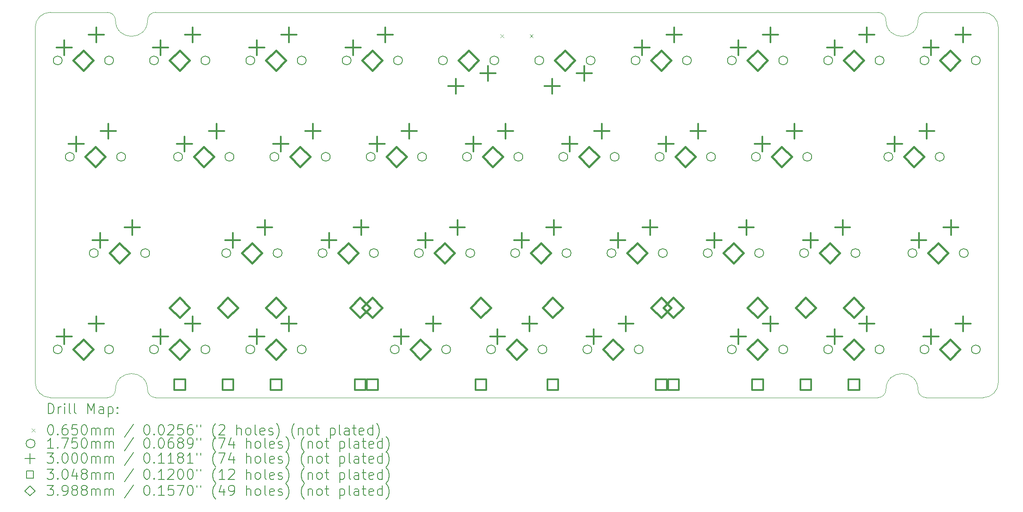
<source format=gbr>
%TF.GenerationSoftware,KiCad,Pcbnew,7.0.6*%
%TF.CreationDate,2023-08-01T10:10:29-04:00*%
%TF.ProjectId,good-delivery,676f6f64-2d64-4656-9c69-766572792e6b,rev?*%
%TF.SameCoordinates,PX2d6b3a0PY7e9ae4e*%
%TF.FileFunction,Drillmap*%
%TF.FilePolarity,Positive*%
%FSLAX45Y45*%
G04 Gerber Fmt 4.5, Leading zero omitted, Abs format (unit mm)*
G04 Created by KiCad (PCBNEW 7.0.6) date 2023-08-01 10:10:29*
%MOMM*%
%LPD*%
G01*
G04 APERTURE LIST*
%ADD10C,0.100000*%
%ADD11C,0.200000*%
%ADD12C,0.065000*%
%ADD13C,0.175000*%
%ADD14C,0.300000*%
%ADD15C,0.304800*%
%ADD16C,0.398780*%
G04 APERTURE END LIST*
D10*
X-8Y297679D02*
X-8Y7322372D01*
X17619488Y7620029D02*
X18752352Y7620029D01*
X17619488Y7620022D02*
G75*
G03*
X17461488Y7462002I10J-158010D01*
G01*
X18752391Y-8D02*
G75*
G03*
X19050048Y297657I-3J297660D01*
G01*
X19050008Y7322372D02*
X19050008Y297679D01*
X2379488Y7620022D02*
G75*
G03*
X2221488Y7462002I10J-158010D01*
G01*
X2379488Y0D02*
X16669488Y0D01*
X17461488Y157502D02*
G75*
G03*
X16827488Y157502I-317000J0D01*
G01*
X17619488Y0D02*
X18752391Y0D01*
X297657Y7620020D02*
G75*
G03*
X0Y7322362I1J-297658D01*
G01*
X16827488Y7462002D02*
G75*
G03*
X17461488Y7462002I317000J0D01*
G01*
X17461486Y157502D02*
G75*
G03*
X17619488Y0I157752J250D01*
G01*
X2379488Y7620019D02*
X16669488Y7620019D01*
X19050045Y7322362D02*
G75*
G03*
X18752391Y7620019I-297657J0D01*
G01*
X16827485Y7462002D02*
G75*
G03*
X16669488Y7620019I-158007J10D01*
G01*
X6Y297657D02*
G75*
G03*
X297657Y0I297652J-5D01*
G01*
X1428743Y22D02*
X297649Y22D01*
X2221486Y157502D02*
G75*
G03*
X2379488Y0I157752J250D01*
G01*
X1587488Y7462002D02*
G75*
G03*
X2221488Y7462002I317000J0D01*
G01*
X1587485Y7462002D02*
G75*
G03*
X1429488Y7620019I-158007J10D01*
G01*
X16669488Y2D02*
G75*
G03*
X16827488Y157502I250J157750D01*
G01*
X2221488Y157502D02*
G75*
G03*
X1587488Y157502I-317000J0D01*
G01*
X1429488Y2D02*
G75*
G03*
X1587488Y157502I250J157750D01*
G01*
X297649Y7620029D02*
X1428743Y7620029D01*
D11*
D12*
X9203524Y7184159D02*
X9268524Y7119159D01*
X9268524Y7184159D02*
X9203524Y7119159D01*
X9781524Y7184159D02*
X9846524Y7119159D01*
X9846524Y7184159D02*
X9781524Y7119159D01*
D13*
X532002Y6667517D02*
G75*
G03*
X532002Y6667517I-87500J0D01*
G01*
X532002Y952517D02*
G75*
G03*
X532002Y952517I-87500J0D01*
G01*
X770127Y4762517D02*
G75*
G03*
X770127Y4762517I-87500J0D01*
G01*
X1246377Y2857517D02*
G75*
G03*
X1246377Y2857517I-87500J0D01*
G01*
X1548002Y6667517D02*
G75*
G03*
X1548002Y6667517I-87500J0D01*
G01*
X1548002Y952517D02*
G75*
G03*
X1548002Y952517I-87500J0D01*
G01*
X1786127Y4762517D02*
G75*
G03*
X1786127Y4762517I-87500J0D01*
G01*
X2262377Y2857517D02*
G75*
G03*
X2262377Y2857517I-87500J0D01*
G01*
X2437002Y6667517D02*
G75*
G03*
X2437002Y6667517I-87500J0D01*
G01*
X2437002Y952517D02*
G75*
G03*
X2437002Y952517I-87500J0D01*
G01*
X2913252Y4762517D02*
G75*
G03*
X2913252Y4762517I-87500J0D01*
G01*
X3453002Y6667517D02*
G75*
G03*
X3453002Y6667517I-87500J0D01*
G01*
X3453002Y952517D02*
G75*
G03*
X3453002Y952517I-87500J0D01*
G01*
X3865752Y2857517D02*
G75*
G03*
X3865752Y2857517I-87500J0D01*
G01*
X3929252Y4762517D02*
G75*
G03*
X3929252Y4762517I-87500J0D01*
G01*
X4342002Y6667517D02*
G75*
G03*
X4342002Y6667517I-87500J0D01*
G01*
X4342002Y952517D02*
G75*
G03*
X4342002Y952517I-87500J0D01*
G01*
X4818252Y4762517D02*
G75*
G03*
X4818252Y4762517I-87500J0D01*
G01*
X4881752Y2857517D02*
G75*
G03*
X4881752Y2857517I-87500J0D01*
G01*
X5358002Y6667517D02*
G75*
G03*
X5358002Y6667517I-87500J0D01*
G01*
X5358002Y952517D02*
G75*
G03*
X5358002Y952517I-87500J0D01*
G01*
X5770752Y2857517D02*
G75*
G03*
X5770752Y2857517I-87500J0D01*
G01*
X5834252Y4762517D02*
G75*
G03*
X5834252Y4762517I-87500J0D01*
G01*
X6247002Y6667517D02*
G75*
G03*
X6247002Y6667517I-87500J0D01*
G01*
X6723252Y4762517D02*
G75*
G03*
X6723252Y4762517I-87500J0D01*
G01*
X6786752Y2857517D02*
G75*
G03*
X6786752Y2857517I-87500J0D01*
G01*
X7199502Y952517D02*
G75*
G03*
X7199502Y952517I-87500J0D01*
G01*
X7263002Y6667517D02*
G75*
G03*
X7263002Y6667517I-87500J0D01*
G01*
X7675752Y2857517D02*
G75*
G03*
X7675752Y2857517I-87500J0D01*
G01*
X7739252Y4762517D02*
G75*
G03*
X7739252Y4762517I-87500J0D01*
G01*
X8152002Y6667517D02*
G75*
G03*
X8152002Y6667517I-87500J0D01*
G01*
X8215502Y952517D02*
G75*
G03*
X8215502Y952517I-87500J0D01*
G01*
X8628252Y4762517D02*
G75*
G03*
X8628252Y4762517I-87500J0D01*
G01*
X8691752Y2857517D02*
G75*
G03*
X8691752Y2857517I-87500J0D01*
G01*
X9104524Y952502D02*
G75*
G03*
X9104524Y952502I-87500J0D01*
G01*
X9168002Y6667517D02*
G75*
G03*
X9168002Y6667517I-87500J0D01*
G01*
X9580752Y2857517D02*
G75*
G03*
X9580752Y2857517I-87500J0D01*
G01*
X9644252Y4762517D02*
G75*
G03*
X9644252Y4762517I-87500J0D01*
G01*
X10057002Y6667517D02*
G75*
G03*
X10057002Y6667517I-87500J0D01*
G01*
X10120524Y952502D02*
G75*
G03*
X10120524Y952502I-87500J0D01*
G01*
X10533252Y4762517D02*
G75*
G03*
X10533252Y4762517I-87500J0D01*
G01*
X10596752Y2857517D02*
G75*
G03*
X10596752Y2857517I-87500J0D01*
G01*
X11009502Y952517D02*
G75*
G03*
X11009502Y952517I-87500J0D01*
G01*
X11073002Y6667517D02*
G75*
G03*
X11073002Y6667517I-87500J0D01*
G01*
X11485752Y2857517D02*
G75*
G03*
X11485752Y2857517I-87500J0D01*
G01*
X11549252Y4762517D02*
G75*
G03*
X11549252Y4762517I-87500J0D01*
G01*
X11962002Y6667517D02*
G75*
G03*
X11962002Y6667517I-87500J0D01*
G01*
X12025502Y952517D02*
G75*
G03*
X12025502Y952517I-87500J0D01*
G01*
X12438252Y4762517D02*
G75*
G03*
X12438252Y4762517I-87500J0D01*
G01*
X12501752Y2857517D02*
G75*
G03*
X12501752Y2857517I-87500J0D01*
G01*
X12978002Y6667517D02*
G75*
G03*
X12978002Y6667517I-87500J0D01*
G01*
X13390752Y2857517D02*
G75*
G03*
X13390752Y2857517I-87500J0D01*
G01*
X13454252Y4762517D02*
G75*
G03*
X13454252Y4762517I-87500J0D01*
G01*
X13867002Y6667517D02*
G75*
G03*
X13867002Y6667517I-87500J0D01*
G01*
X13867002Y952517D02*
G75*
G03*
X13867002Y952517I-87500J0D01*
G01*
X14343252Y4762517D02*
G75*
G03*
X14343252Y4762517I-87500J0D01*
G01*
X14406752Y2857517D02*
G75*
G03*
X14406752Y2857517I-87500J0D01*
G01*
X14883002Y6667517D02*
G75*
G03*
X14883002Y6667517I-87500J0D01*
G01*
X14883002Y952517D02*
G75*
G03*
X14883002Y952517I-87500J0D01*
G01*
X15295752Y2857517D02*
G75*
G03*
X15295752Y2857517I-87500J0D01*
G01*
X15359252Y4762517D02*
G75*
G03*
X15359252Y4762517I-87500J0D01*
G01*
X15772002Y6667517D02*
G75*
G03*
X15772002Y6667517I-87500J0D01*
G01*
X15772002Y952517D02*
G75*
G03*
X15772002Y952517I-87500J0D01*
G01*
X16311752Y2857517D02*
G75*
G03*
X16311752Y2857517I-87500J0D01*
G01*
X16788002Y6667517D02*
G75*
G03*
X16788002Y6667517I-87500J0D01*
G01*
X16788002Y952517D02*
G75*
G03*
X16788002Y952517I-87500J0D01*
G01*
X16962627Y4762517D02*
G75*
G03*
X16962627Y4762517I-87500J0D01*
G01*
X17438877Y2857517D02*
G75*
G03*
X17438877Y2857517I-87500J0D01*
G01*
X17677002Y6667517D02*
G75*
G03*
X17677002Y6667517I-87500J0D01*
G01*
X17677002Y952517D02*
G75*
G03*
X17677002Y952517I-87500J0D01*
G01*
X17978627Y4762517D02*
G75*
G03*
X17978627Y4762517I-87500J0D01*
G01*
X18454877Y2857517D02*
G75*
G03*
X18454877Y2857517I-87500J0D01*
G01*
X18693002Y6667517D02*
G75*
G03*
X18693002Y6667517I-87500J0D01*
G01*
X18693002Y952517D02*
G75*
G03*
X18693002Y952517I-87500J0D01*
G01*
D14*
X571502Y7071517D02*
X571502Y6771517D01*
X421502Y6921517D02*
X721502Y6921517D01*
X571502Y1356517D02*
X571502Y1056517D01*
X421502Y1206517D02*
X721502Y1206517D01*
X809627Y5166517D02*
X809627Y4866517D01*
X659627Y5016517D02*
X959627Y5016517D01*
X1206502Y7325517D02*
X1206502Y7025517D01*
X1056502Y7175517D02*
X1356502Y7175517D01*
X1206502Y1610517D02*
X1206502Y1310517D01*
X1056502Y1460517D02*
X1356502Y1460517D01*
X1285877Y3261517D02*
X1285877Y2961517D01*
X1135877Y3111517D02*
X1435877Y3111517D01*
X1444627Y5420517D02*
X1444627Y5120517D01*
X1294627Y5270517D02*
X1594627Y5270517D01*
X1920877Y3515517D02*
X1920877Y3215517D01*
X1770877Y3365517D02*
X2070877Y3365517D01*
X2476502Y7071517D02*
X2476502Y6771517D01*
X2326502Y6921517D02*
X2626502Y6921517D01*
X2476502Y1356517D02*
X2476502Y1056517D01*
X2326502Y1206517D02*
X2626502Y1206517D01*
X2952752Y5166517D02*
X2952752Y4866517D01*
X2802752Y5016517D02*
X3102752Y5016517D01*
X3111502Y7325517D02*
X3111502Y7025517D01*
X2961502Y7175517D02*
X3261502Y7175517D01*
X3111502Y1610517D02*
X3111502Y1310517D01*
X2961502Y1460517D02*
X3261502Y1460517D01*
X3587752Y5420517D02*
X3587752Y5120517D01*
X3437752Y5270517D02*
X3737752Y5270517D01*
X3905252Y3261517D02*
X3905252Y2961517D01*
X3755252Y3111517D02*
X4055252Y3111517D01*
X4381502Y7071517D02*
X4381502Y6771517D01*
X4231502Y6921517D02*
X4531502Y6921517D01*
X4381502Y1356517D02*
X4381502Y1056517D01*
X4231502Y1206517D02*
X4531502Y1206517D01*
X4540252Y3515517D02*
X4540252Y3215517D01*
X4390252Y3365517D02*
X4690252Y3365517D01*
X4857752Y5166517D02*
X4857752Y4866517D01*
X4707752Y5016517D02*
X5007752Y5016517D01*
X5016502Y7325517D02*
X5016502Y7025517D01*
X4866502Y7175517D02*
X5166502Y7175517D01*
X5016502Y1610517D02*
X5016502Y1310517D01*
X4866502Y1460517D02*
X5166502Y1460517D01*
X5492752Y5420517D02*
X5492752Y5120517D01*
X5342752Y5270517D02*
X5642752Y5270517D01*
X5810252Y3261517D02*
X5810252Y2961517D01*
X5660252Y3111517D02*
X5960252Y3111517D01*
X6286502Y7071517D02*
X6286502Y6771517D01*
X6136502Y6921517D02*
X6436502Y6921517D01*
X6445252Y3515517D02*
X6445252Y3215517D01*
X6295252Y3365517D02*
X6595252Y3365517D01*
X6762752Y5166517D02*
X6762752Y4866517D01*
X6612752Y5016517D02*
X6912752Y5016517D01*
X6921502Y7325517D02*
X6921502Y7025517D01*
X6771502Y7175517D02*
X7071502Y7175517D01*
X7239002Y1356517D02*
X7239002Y1056517D01*
X7089002Y1206517D02*
X7389002Y1206517D01*
X7397752Y5420517D02*
X7397752Y5120517D01*
X7247752Y5270517D02*
X7547752Y5270517D01*
X7715252Y3261517D02*
X7715252Y2961517D01*
X7565252Y3111517D02*
X7865252Y3111517D01*
X7874002Y1610517D02*
X7874002Y1310517D01*
X7724002Y1460517D02*
X8024002Y1460517D01*
X8318502Y6309517D02*
X8318502Y6009517D01*
X8168502Y6159517D02*
X8468502Y6159517D01*
X8350252Y3515517D02*
X8350252Y3215517D01*
X8200252Y3365517D02*
X8500252Y3365517D01*
X8667752Y5166517D02*
X8667752Y4866517D01*
X8517752Y5016517D02*
X8817752Y5016517D01*
X8953502Y6563517D02*
X8953502Y6263517D01*
X8803502Y6413517D02*
X9103502Y6413517D01*
X9144024Y1356502D02*
X9144024Y1056502D01*
X8994024Y1206502D02*
X9294024Y1206502D01*
X9302752Y5420517D02*
X9302752Y5120517D01*
X9152752Y5270517D02*
X9452752Y5270517D01*
X9620252Y3261517D02*
X9620252Y2961517D01*
X9470252Y3111517D02*
X9770252Y3111517D01*
X9779024Y1610502D02*
X9779024Y1310502D01*
X9629024Y1460502D02*
X9929024Y1460502D01*
X10223502Y6309517D02*
X10223502Y6009517D01*
X10073502Y6159517D02*
X10373502Y6159517D01*
X10255252Y3515517D02*
X10255252Y3215517D01*
X10105252Y3365517D02*
X10405252Y3365517D01*
X10572752Y5166517D02*
X10572752Y4866517D01*
X10422752Y5016517D02*
X10722752Y5016517D01*
X10858502Y6563517D02*
X10858502Y6263517D01*
X10708502Y6413517D02*
X11008502Y6413517D01*
X11049002Y1356517D02*
X11049002Y1056517D01*
X10899002Y1206517D02*
X11199002Y1206517D01*
X11207752Y5420517D02*
X11207752Y5120517D01*
X11057752Y5270517D02*
X11357752Y5270517D01*
X11525252Y3261517D02*
X11525252Y2961517D01*
X11375252Y3111517D02*
X11675252Y3111517D01*
X11684002Y1610517D02*
X11684002Y1310517D01*
X11534002Y1460517D02*
X11834002Y1460517D01*
X12001502Y7071517D02*
X12001502Y6771517D01*
X11851502Y6921517D02*
X12151502Y6921517D01*
X12160252Y3515517D02*
X12160252Y3215517D01*
X12010252Y3365517D02*
X12310252Y3365517D01*
X12477752Y5166517D02*
X12477752Y4866517D01*
X12327752Y5016517D02*
X12627752Y5016517D01*
X12636502Y7325517D02*
X12636502Y7025517D01*
X12486502Y7175517D02*
X12786502Y7175517D01*
X13112752Y5420517D02*
X13112752Y5120517D01*
X12962752Y5270517D02*
X13262752Y5270517D01*
X13430252Y3261517D02*
X13430252Y2961517D01*
X13280252Y3111517D02*
X13580252Y3111517D01*
X13906502Y7071517D02*
X13906502Y6771517D01*
X13756502Y6921517D02*
X14056502Y6921517D01*
X13906502Y1356517D02*
X13906502Y1056517D01*
X13756502Y1206517D02*
X14056502Y1206517D01*
X14065252Y3515517D02*
X14065252Y3215517D01*
X13915252Y3365517D02*
X14215252Y3365517D01*
X14382752Y5166517D02*
X14382752Y4866517D01*
X14232752Y5016517D02*
X14532752Y5016517D01*
X14541502Y7325517D02*
X14541502Y7025517D01*
X14391502Y7175517D02*
X14691502Y7175517D01*
X14541502Y1610517D02*
X14541502Y1310517D01*
X14391502Y1460517D02*
X14691502Y1460517D01*
X15017752Y5420517D02*
X15017752Y5120517D01*
X14867752Y5270517D02*
X15167752Y5270517D01*
X15335252Y3261517D02*
X15335252Y2961517D01*
X15185252Y3111517D02*
X15485252Y3111517D01*
X15811502Y7071517D02*
X15811502Y6771517D01*
X15661502Y6921517D02*
X15961502Y6921517D01*
X15811502Y1356517D02*
X15811502Y1056517D01*
X15661502Y1206517D02*
X15961502Y1206517D01*
X15970252Y3515517D02*
X15970252Y3215517D01*
X15820252Y3365517D02*
X16120252Y3365517D01*
X16446502Y7325517D02*
X16446502Y7025517D01*
X16296502Y7175517D02*
X16596502Y7175517D01*
X16446502Y1610517D02*
X16446502Y1310517D01*
X16296502Y1460517D02*
X16596502Y1460517D01*
X17002127Y5166517D02*
X17002127Y4866517D01*
X16852127Y5016517D02*
X17152127Y5016517D01*
X17478377Y3261517D02*
X17478377Y2961517D01*
X17328377Y3111517D02*
X17628377Y3111517D01*
X17637127Y5420517D02*
X17637127Y5120517D01*
X17487127Y5270517D02*
X17787127Y5270517D01*
X17716502Y7071517D02*
X17716502Y6771517D01*
X17566502Y6921517D02*
X17866502Y6921517D01*
X17716502Y1356517D02*
X17716502Y1056517D01*
X17566502Y1206517D02*
X17866502Y1206517D01*
X18113377Y3515517D02*
X18113377Y3215517D01*
X17963377Y3365517D02*
X18263377Y3365517D01*
X18351502Y7325517D02*
X18351502Y7025517D01*
X18201502Y7175517D02*
X18501502Y7175517D01*
X18351502Y1610517D02*
X18351502Y1310517D01*
X18201502Y1460517D02*
X18501502Y1460517D01*
D15*
X2965288Y146238D02*
X2965288Y361766D01*
X2749760Y361766D01*
X2749760Y146238D01*
X2965288Y146238D01*
X3917788Y146238D02*
X3917788Y361766D01*
X3702260Y361766D01*
X3702260Y146238D01*
X3917788Y146238D01*
X4870288Y146238D02*
X4870288Y361766D01*
X4654760Y361766D01*
X4654760Y146238D01*
X4870288Y146238D01*
X6533966Y146253D02*
X6533966Y361781D01*
X6318438Y361781D01*
X6318438Y146253D01*
X6533966Y146253D01*
X6775288Y146238D02*
X6775288Y361766D01*
X6559760Y361766D01*
X6559760Y146238D01*
X6775288Y146238D01*
X8921567Y146253D02*
X8921567Y361781D01*
X8706038Y361781D01*
X8706038Y146253D01*
X8921567Y146253D01*
X10343967Y146253D02*
X10343967Y361781D01*
X10128438Y361781D01*
X10128438Y146253D01*
X10343967Y146253D01*
X12490288Y146238D02*
X12490288Y361766D01*
X12274760Y361766D01*
X12274760Y146238D01*
X12490288Y146238D01*
X12731566Y146253D02*
X12731566Y361781D01*
X12516038Y361781D01*
X12516038Y146253D01*
X12731566Y146253D01*
X14395288Y146238D02*
X14395288Y361766D01*
X14179760Y361766D01*
X14179760Y146238D01*
X14395288Y146238D01*
X15347788Y146238D02*
X15347788Y361766D01*
X15132260Y361766D01*
X15132260Y146238D01*
X15347788Y146238D01*
X16300288Y146238D02*
X16300288Y361766D01*
X16084760Y361766D01*
X16084760Y146238D01*
X16300288Y146238D01*
D16*
X952502Y6468127D02*
X1151892Y6667517D01*
X952502Y6866907D01*
X753112Y6667517D01*
X952502Y6468127D01*
X952502Y753127D02*
X1151892Y952517D01*
X952502Y1151907D01*
X753112Y952517D01*
X952502Y753127D01*
X1190627Y4563127D02*
X1390017Y4762517D01*
X1190627Y4961907D01*
X991237Y4762517D01*
X1190627Y4563127D01*
X1666877Y2658127D02*
X1866267Y2857517D01*
X1666877Y3056907D01*
X1467487Y2857517D01*
X1666877Y2658127D01*
X2857502Y6468127D02*
X3056892Y6667517D01*
X2857502Y6866907D01*
X2658112Y6667517D01*
X2857502Y6468127D01*
X2857502Y753127D02*
X3056892Y952517D01*
X2857502Y1151907D01*
X2658112Y952517D01*
X2857502Y753127D01*
X2857524Y1578612D02*
X3056914Y1778002D01*
X2857524Y1977392D01*
X2658134Y1778002D01*
X2857524Y1578612D01*
X3333752Y4563127D02*
X3533142Y4762517D01*
X3333752Y4961907D01*
X3134362Y4762517D01*
X3333752Y4563127D01*
X3810024Y1578612D02*
X4009414Y1778002D01*
X3810024Y1977392D01*
X3610634Y1778002D01*
X3810024Y1578612D01*
X4286252Y2658127D02*
X4485642Y2857517D01*
X4286252Y3056907D01*
X4086862Y2857517D01*
X4286252Y2658127D01*
X4762502Y6468127D02*
X4961892Y6667517D01*
X4762502Y6866907D01*
X4563112Y6667517D01*
X4762502Y6468127D01*
X4762502Y753127D02*
X4961892Y952517D01*
X4762502Y1151907D01*
X4563112Y952517D01*
X4762502Y753127D01*
X4762524Y1578612D02*
X4961914Y1778002D01*
X4762524Y1977392D01*
X4563134Y1778002D01*
X4762524Y1578612D01*
X5238752Y4563127D02*
X5438142Y4762517D01*
X5238752Y4961907D01*
X5039362Y4762517D01*
X5238752Y4563127D01*
X6191252Y2658127D02*
X6390642Y2857517D01*
X6191252Y3056907D01*
X5991862Y2857517D01*
X6191252Y2658127D01*
X6426202Y1578627D02*
X6625592Y1778017D01*
X6426202Y1977407D01*
X6226812Y1778017D01*
X6426202Y1578627D01*
X6667502Y6468127D02*
X6866892Y6667517D01*
X6667502Y6866907D01*
X6468112Y6667517D01*
X6667502Y6468127D01*
X6667524Y1578612D02*
X6866914Y1778002D01*
X6667524Y1977392D01*
X6468134Y1778002D01*
X6667524Y1578612D01*
X7143752Y4563127D02*
X7343142Y4762517D01*
X7143752Y4961907D01*
X6944362Y4762517D01*
X7143752Y4563127D01*
X7620002Y753127D02*
X7819392Y952517D01*
X7620002Y1151907D01*
X7420612Y952517D01*
X7620002Y753127D01*
X8096252Y2658127D02*
X8295642Y2857517D01*
X8096252Y3056907D01*
X7896862Y2857517D01*
X8096252Y2658127D01*
X8572502Y6468127D02*
X8771892Y6667517D01*
X8572502Y6866907D01*
X8373112Y6667517D01*
X8572502Y6468127D01*
X8813802Y1578627D02*
X9013192Y1778017D01*
X8813802Y1977407D01*
X8614412Y1778017D01*
X8813802Y1578627D01*
X9048752Y4563127D02*
X9248142Y4762517D01*
X9048752Y4961907D01*
X8849362Y4762517D01*
X9048752Y4563127D01*
X9525024Y753112D02*
X9724414Y952502D01*
X9525024Y1151892D01*
X9325634Y952502D01*
X9525024Y753112D01*
X10001252Y2658127D02*
X10200642Y2857517D01*
X10001252Y3056907D01*
X9801862Y2857517D01*
X10001252Y2658127D01*
X10236202Y1578627D02*
X10435592Y1778017D01*
X10236202Y1977407D01*
X10036812Y1778017D01*
X10236202Y1578627D01*
X10477502Y6468127D02*
X10676892Y6667517D01*
X10477502Y6866907D01*
X10278112Y6667517D01*
X10477502Y6468127D01*
X10953752Y4563127D02*
X11153142Y4762517D01*
X10953752Y4961907D01*
X10754362Y4762517D01*
X10953752Y4563127D01*
X11430002Y753127D02*
X11629392Y952517D01*
X11430002Y1151907D01*
X11230612Y952517D01*
X11430002Y753127D01*
X11906252Y2658127D02*
X12105642Y2857517D01*
X11906252Y3056907D01*
X11706862Y2857517D01*
X11906252Y2658127D01*
X12382502Y6468127D02*
X12581892Y6667517D01*
X12382502Y6866907D01*
X12183112Y6667517D01*
X12382502Y6468127D01*
X12382524Y1578612D02*
X12581914Y1778002D01*
X12382524Y1977392D01*
X12183134Y1778002D01*
X12382524Y1578612D01*
X12623802Y1578627D02*
X12823192Y1778017D01*
X12623802Y1977407D01*
X12424412Y1778017D01*
X12623802Y1578627D01*
X12858752Y4563127D02*
X13058142Y4762517D01*
X12858752Y4961907D01*
X12659362Y4762517D01*
X12858752Y4563127D01*
X13811252Y2658127D02*
X14010642Y2857517D01*
X13811252Y3056907D01*
X13611862Y2857517D01*
X13811252Y2658127D01*
X14287502Y6468127D02*
X14486892Y6667517D01*
X14287502Y6866907D01*
X14088112Y6667517D01*
X14287502Y6468127D01*
X14287502Y753127D02*
X14486892Y952517D01*
X14287502Y1151907D01*
X14088112Y952517D01*
X14287502Y753127D01*
X14287524Y1578612D02*
X14486914Y1778002D01*
X14287524Y1977392D01*
X14088134Y1778002D01*
X14287524Y1578612D01*
X14763752Y4563127D02*
X14963142Y4762517D01*
X14763752Y4961907D01*
X14564362Y4762517D01*
X14763752Y4563127D01*
X15240024Y1578612D02*
X15439414Y1778002D01*
X15240024Y1977392D01*
X15040634Y1778002D01*
X15240024Y1578612D01*
X15716252Y2658127D02*
X15915642Y2857517D01*
X15716252Y3056907D01*
X15516862Y2857517D01*
X15716252Y2658127D01*
X16192502Y6468127D02*
X16391892Y6667517D01*
X16192502Y6866907D01*
X15993112Y6667517D01*
X16192502Y6468127D01*
X16192502Y753127D02*
X16391892Y952517D01*
X16192502Y1151907D01*
X15993112Y952517D01*
X16192502Y753127D01*
X16192524Y1578612D02*
X16391914Y1778002D01*
X16192524Y1977392D01*
X15993134Y1778002D01*
X16192524Y1578612D01*
X17383127Y4563127D02*
X17582517Y4762517D01*
X17383127Y4961907D01*
X17183737Y4762517D01*
X17383127Y4563127D01*
X17859377Y2658127D02*
X18058767Y2857517D01*
X17859377Y3056907D01*
X17659987Y2857517D01*
X17859377Y2658127D01*
X18097502Y6468127D02*
X18296892Y6667517D01*
X18097502Y6866907D01*
X17898112Y6667517D01*
X18097502Y6468127D01*
X18097502Y753127D02*
X18296892Y952517D01*
X18097502Y1151907D01*
X17898112Y952517D01*
X18097502Y753127D01*
D11*
X255769Y-316484D02*
X255769Y-116484D01*
X255769Y-116484D02*
X303388Y-116484D01*
X303388Y-116484D02*
X331959Y-126008D01*
X331959Y-126008D02*
X351007Y-145055D01*
X351007Y-145055D02*
X360531Y-164103D01*
X360531Y-164103D02*
X370054Y-202198D01*
X370054Y-202198D02*
X370054Y-230770D01*
X370054Y-230770D02*
X360531Y-268865D01*
X360531Y-268865D02*
X351007Y-287913D01*
X351007Y-287913D02*
X331959Y-306960D01*
X331959Y-306960D02*
X303388Y-316484D01*
X303388Y-316484D02*
X255769Y-316484D01*
X455769Y-316484D02*
X455769Y-183151D01*
X455769Y-221246D02*
X465293Y-202198D01*
X465293Y-202198D02*
X474816Y-192674D01*
X474816Y-192674D02*
X493864Y-183151D01*
X493864Y-183151D02*
X512912Y-183151D01*
X579578Y-316484D02*
X579578Y-183151D01*
X579578Y-116484D02*
X570055Y-126008D01*
X570055Y-126008D02*
X579578Y-135532D01*
X579578Y-135532D02*
X589102Y-126008D01*
X589102Y-126008D02*
X579578Y-116484D01*
X579578Y-116484D02*
X579578Y-135532D01*
X703388Y-316484D02*
X684340Y-306960D01*
X684340Y-306960D02*
X674816Y-287913D01*
X674816Y-287913D02*
X674816Y-116484D01*
X808150Y-316484D02*
X789102Y-306960D01*
X789102Y-306960D02*
X779578Y-287913D01*
X779578Y-287913D02*
X779578Y-116484D01*
X1036721Y-316484D02*
X1036721Y-116484D01*
X1036721Y-116484D02*
X1103388Y-259341D01*
X1103388Y-259341D02*
X1170055Y-116484D01*
X1170055Y-116484D02*
X1170055Y-316484D01*
X1351007Y-316484D02*
X1351007Y-211722D01*
X1351007Y-211722D02*
X1341483Y-192674D01*
X1341483Y-192674D02*
X1322436Y-183151D01*
X1322436Y-183151D02*
X1284340Y-183151D01*
X1284340Y-183151D02*
X1265293Y-192674D01*
X1351007Y-306960D02*
X1331959Y-316484D01*
X1331959Y-316484D02*
X1284340Y-316484D01*
X1284340Y-316484D02*
X1265293Y-306960D01*
X1265293Y-306960D02*
X1255769Y-287913D01*
X1255769Y-287913D02*
X1255769Y-268865D01*
X1255769Y-268865D02*
X1265293Y-249817D01*
X1265293Y-249817D02*
X1284340Y-240293D01*
X1284340Y-240293D02*
X1331959Y-240293D01*
X1331959Y-240293D02*
X1351007Y-230770D01*
X1446245Y-183151D02*
X1446245Y-383151D01*
X1446245Y-192674D02*
X1465293Y-183151D01*
X1465293Y-183151D02*
X1503388Y-183151D01*
X1503388Y-183151D02*
X1522435Y-192674D01*
X1522435Y-192674D02*
X1531959Y-202198D01*
X1531959Y-202198D02*
X1541483Y-221246D01*
X1541483Y-221246D02*
X1541483Y-278389D01*
X1541483Y-278389D02*
X1531959Y-297436D01*
X1531959Y-297436D02*
X1522435Y-306960D01*
X1522435Y-306960D02*
X1503388Y-316484D01*
X1503388Y-316484D02*
X1465293Y-316484D01*
X1465293Y-316484D02*
X1446245Y-306960D01*
X1627197Y-297436D02*
X1636721Y-306960D01*
X1636721Y-306960D02*
X1627197Y-316484D01*
X1627197Y-316484D02*
X1617674Y-306960D01*
X1617674Y-306960D02*
X1627197Y-297436D01*
X1627197Y-297436D02*
X1627197Y-316484D01*
X1627197Y-192674D02*
X1636721Y-202198D01*
X1636721Y-202198D02*
X1627197Y-211722D01*
X1627197Y-211722D02*
X1617674Y-202198D01*
X1617674Y-202198D02*
X1627197Y-192674D01*
X1627197Y-192674D02*
X1627197Y-211722D01*
D12*
X-70008Y-612500D02*
X-5008Y-677500D01*
X-5008Y-612500D02*
X-70008Y-677500D01*
D11*
X293864Y-536484D02*
X312912Y-536484D01*
X312912Y-536484D02*
X331959Y-546008D01*
X331959Y-546008D02*
X341483Y-555532D01*
X341483Y-555532D02*
X351007Y-574579D01*
X351007Y-574579D02*
X360531Y-612674D01*
X360531Y-612674D02*
X360531Y-660294D01*
X360531Y-660294D02*
X351007Y-698389D01*
X351007Y-698389D02*
X341483Y-717436D01*
X341483Y-717436D02*
X331959Y-726960D01*
X331959Y-726960D02*
X312912Y-736484D01*
X312912Y-736484D02*
X293864Y-736484D01*
X293864Y-736484D02*
X274816Y-726960D01*
X274816Y-726960D02*
X265293Y-717436D01*
X265293Y-717436D02*
X255769Y-698389D01*
X255769Y-698389D02*
X246245Y-660294D01*
X246245Y-660294D02*
X246245Y-612674D01*
X246245Y-612674D02*
X255769Y-574579D01*
X255769Y-574579D02*
X265293Y-555532D01*
X265293Y-555532D02*
X274816Y-546008D01*
X274816Y-546008D02*
X293864Y-536484D01*
X446245Y-717436D02*
X455769Y-726960D01*
X455769Y-726960D02*
X446245Y-736484D01*
X446245Y-736484D02*
X436721Y-726960D01*
X436721Y-726960D02*
X446245Y-717436D01*
X446245Y-717436D02*
X446245Y-736484D01*
X627197Y-536484D02*
X589102Y-536484D01*
X589102Y-536484D02*
X570055Y-546008D01*
X570055Y-546008D02*
X560531Y-555532D01*
X560531Y-555532D02*
X541483Y-584103D01*
X541483Y-584103D02*
X531959Y-622198D01*
X531959Y-622198D02*
X531959Y-698389D01*
X531959Y-698389D02*
X541483Y-717436D01*
X541483Y-717436D02*
X551007Y-726960D01*
X551007Y-726960D02*
X570055Y-736484D01*
X570055Y-736484D02*
X608150Y-736484D01*
X608150Y-736484D02*
X627197Y-726960D01*
X627197Y-726960D02*
X636721Y-717436D01*
X636721Y-717436D02*
X646245Y-698389D01*
X646245Y-698389D02*
X646245Y-650770D01*
X646245Y-650770D02*
X636721Y-631722D01*
X636721Y-631722D02*
X627197Y-622198D01*
X627197Y-622198D02*
X608150Y-612674D01*
X608150Y-612674D02*
X570055Y-612674D01*
X570055Y-612674D02*
X551007Y-622198D01*
X551007Y-622198D02*
X541483Y-631722D01*
X541483Y-631722D02*
X531959Y-650770D01*
X827197Y-536484D02*
X731959Y-536484D01*
X731959Y-536484D02*
X722435Y-631722D01*
X722435Y-631722D02*
X731959Y-622198D01*
X731959Y-622198D02*
X751007Y-612674D01*
X751007Y-612674D02*
X798626Y-612674D01*
X798626Y-612674D02*
X817674Y-622198D01*
X817674Y-622198D02*
X827197Y-631722D01*
X827197Y-631722D02*
X836721Y-650770D01*
X836721Y-650770D02*
X836721Y-698389D01*
X836721Y-698389D02*
X827197Y-717436D01*
X827197Y-717436D02*
X817674Y-726960D01*
X817674Y-726960D02*
X798626Y-736484D01*
X798626Y-736484D02*
X751007Y-736484D01*
X751007Y-736484D02*
X731959Y-726960D01*
X731959Y-726960D02*
X722435Y-717436D01*
X960531Y-536484D02*
X979578Y-536484D01*
X979578Y-536484D02*
X998626Y-546008D01*
X998626Y-546008D02*
X1008150Y-555532D01*
X1008150Y-555532D02*
X1017674Y-574579D01*
X1017674Y-574579D02*
X1027197Y-612674D01*
X1027197Y-612674D02*
X1027197Y-660294D01*
X1027197Y-660294D02*
X1017674Y-698389D01*
X1017674Y-698389D02*
X1008150Y-717436D01*
X1008150Y-717436D02*
X998626Y-726960D01*
X998626Y-726960D02*
X979578Y-736484D01*
X979578Y-736484D02*
X960531Y-736484D01*
X960531Y-736484D02*
X941483Y-726960D01*
X941483Y-726960D02*
X931959Y-717436D01*
X931959Y-717436D02*
X922435Y-698389D01*
X922435Y-698389D02*
X912912Y-660294D01*
X912912Y-660294D02*
X912912Y-612674D01*
X912912Y-612674D02*
X922435Y-574579D01*
X922435Y-574579D02*
X931959Y-555532D01*
X931959Y-555532D02*
X941483Y-546008D01*
X941483Y-546008D02*
X960531Y-536484D01*
X1112912Y-736484D02*
X1112912Y-603151D01*
X1112912Y-622198D02*
X1122436Y-612674D01*
X1122436Y-612674D02*
X1141483Y-603151D01*
X1141483Y-603151D02*
X1170055Y-603151D01*
X1170055Y-603151D02*
X1189102Y-612674D01*
X1189102Y-612674D02*
X1198626Y-631722D01*
X1198626Y-631722D02*
X1198626Y-736484D01*
X1198626Y-631722D02*
X1208150Y-612674D01*
X1208150Y-612674D02*
X1227197Y-603151D01*
X1227197Y-603151D02*
X1255769Y-603151D01*
X1255769Y-603151D02*
X1274817Y-612674D01*
X1274817Y-612674D02*
X1284340Y-631722D01*
X1284340Y-631722D02*
X1284340Y-736484D01*
X1379578Y-736484D02*
X1379578Y-603151D01*
X1379578Y-622198D02*
X1389102Y-612674D01*
X1389102Y-612674D02*
X1408150Y-603151D01*
X1408150Y-603151D02*
X1436721Y-603151D01*
X1436721Y-603151D02*
X1455769Y-612674D01*
X1455769Y-612674D02*
X1465293Y-631722D01*
X1465293Y-631722D02*
X1465293Y-736484D01*
X1465293Y-631722D02*
X1474816Y-612674D01*
X1474816Y-612674D02*
X1493864Y-603151D01*
X1493864Y-603151D02*
X1522435Y-603151D01*
X1522435Y-603151D02*
X1541483Y-612674D01*
X1541483Y-612674D02*
X1551007Y-631722D01*
X1551007Y-631722D02*
X1551007Y-736484D01*
X1941483Y-526960D02*
X1770055Y-784103D01*
X2198626Y-536484D02*
X2217674Y-536484D01*
X2217674Y-536484D02*
X2236721Y-546008D01*
X2236721Y-546008D02*
X2246245Y-555532D01*
X2246245Y-555532D02*
X2255769Y-574579D01*
X2255769Y-574579D02*
X2265293Y-612674D01*
X2265293Y-612674D02*
X2265293Y-660294D01*
X2265293Y-660294D02*
X2255769Y-698389D01*
X2255769Y-698389D02*
X2246245Y-717436D01*
X2246245Y-717436D02*
X2236721Y-726960D01*
X2236721Y-726960D02*
X2217674Y-736484D01*
X2217674Y-736484D02*
X2198626Y-736484D01*
X2198626Y-736484D02*
X2179579Y-726960D01*
X2179579Y-726960D02*
X2170055Y-717436D01*
X2170055Y-717436D02*
X2160531Y-698389D01*
X2160531Y-698389D02*
X2151007Y-660294D01*
X2151007Y-660294D02*
X2151007Y-612674D01*
X2151007Y-612674D02*
X2160531Y-574579D01*
X2160531Y-574579D02*
X2170055Y-555532D01*
X2170055Y-555532D02*
X2179579Y-546008D01*
X2179579Y-546008D02*
X2198626Y-536484D01*
X2351007Y-717436D02*
X2360531Y-726960D01*
X2360531Y-726960D02*
X2351007Y-736484D01*
X2351007Y-736484D02*
X2341483Y-726960D01*
X2341483Y-726960D02*
X2351007Y-717436D01*
X2351007Y-717436D02*
X2351007Y-736484D01*
X2484340Y-536484D02*
X2503388Y-536484D01*
X2503388Y-536484D02*
X2522436Y-546008D01*
X2522436Y-546008D02*
X2531960Y-555532D01*
X2531960Y-555532D02*
X2541483Y-574579D01*
X2541483Y-574579D02*
X2551007Y-612674D01*
X2551007Y-612674D02*
X2551007Y-660294D01*
X2551007Y-660294D02*
X2541483Y-698389D01*
X2541483Y-698389D02*
X2531960Y-717436D01*
X2531960Y-717436D02*
X2522436Y-726960D01*
X2522436Y-726960D02*
X2503388Y-736484D01*
X2503388Y-736484D02*
X2484340Y-736484D01*
X2484340Y-736484D02*
X2465293Y-726960D01*
X2465293Y-726960D02*
X2455769Y-717436D01*
X2455769Y-717436D02*
X2446245Y-698389D01*
X2446245Y-698389D02*
X2436721Y-660294D01*
X2436721Y-660294D02*
X2436721Y-612674D01*
X2436721Y-612674D02*
X2446245Y-574579D01*
X2446245Y-574579D02*
X2455769Y-555532D01*
X2455769Y-555532D02*
X2465293Y-546008D01*
X2465293Y-546008D02*
X2484340Y-536484D01*
X2627198Y-555532D02*
X2636721Y-546008D01*
X2636721Y-546008D02*
X2655769Y-536484D01*
X2655769Y-536484D02*
X2703388Y-536484D01*
X2703388Y-536484D02*
X2722436Y-546008D01*
X2722436Y-546008D02*
X2731960Y-555532D01*
X2731960Y-555532D02*
X2741483Y-574579D01*
X2741483Y-574579D02*
X2741483Y-593627D01*
X2741483Y-593627D02*
X2731960Y-622198D01*
X2731960Y-622198D02*
X2617674Y-736484D01*
X2617674Y-736484D02*
X2741483Y-736484D01*
X2922436Y-536484D02*
X2827198Y-536484D01*
X2827198Y-536484D02*
X2817674Y-631722D01*
X2817674Y-631722D02*
X2827198Y-622198D01*
X2827198Y-622198D02*
X2846245Y-612674D01*
X2846245Y-612674D02*
X2893864Y-612674D01*
X2893864Y-612674D02*
X2912912Y-622198D01*
X2912912Y-622198D02*
X2922436Y-631722D01*
X2922436Y-631722D02*
X2931959Y-650770D01*
X2931959Y-650770D02*
X2931959Y-698389D01*
X2931959Y-698389D02*
X2922436Y-717436D01*
X2922436Y-717436D02*
X2912912Y-726960D01*
X2912912Y-726960D02*
X2893864Y-736484D01*
X2893864Y-736484D02*
X2846245Y-736484D01*
X2846245Y-736484D02*
X2827198Y-726960D01*
X2827198Y-726960D02*
X2817674Y-717436D01*
X3103388Y-536484D02*
X3065293Y-536484D01*
X3065293Y-536484D02*
X3046245Y-546008D01*
X3046245Y-546008D02*
X3036721Y-555532D01*
X3036721Y-555532D02*
X3017674Y-584103D01*
X3017674Y-584103D02*
X3008150Y-622198D01*
X3008150Y-622198D02*
X3008150Y-698389D01*
X3008150Y-698389D02*
X3017674Y-717436D01*
X3017674Y-717436D02*
X3027198Y-726960D01*
X3027198Y-726960D02*
X3046245Y-736484D01*
X3046245Y-736484D02*
X3084340Y-736484D01*
X3084340Y-736484D02*
X3103388Y-726960D01*
X3103388Y-726960D02*
X3112912Y-717436D01*
X3112912Y-717436D02*
X3122436Y-698389D01*
X3122436Y-698389D02*
X3122436Y-650770D01*
X3122436Y-650770D02*
X3112912Y-631722D01*
X3112912Y-631722D02*
X3103388Y-622198D01*
X3103388Y-622198D02*
X3084340Y-612674D01*
X3084340Y-612674D02*
X3046245Y-612674D01*
X3046245Y-612674D02*
X3027198Y-622198D01*
X3027198Y-622198D02*
X3017674Y-631722D01*
X3017674Y-631722D02*
X3008150Y-650770D01*
X3198626Y-536484D02*
X3198626Y-574579D01*
X3274817Y-536484D02*
X3274817Y-574579D01*
X3570055Y-812674D02*
X3560531Y-803151D01*
X3560531Y-803151D02*
X3541483Y-774579D01*
X3541483Y-774579D02*
X3531960Y-755532D01*
X3531960Y-755532D02*
X3522436Y-726960D01*
X3522436Y-726960D02*
X3512912Y-679341D01*
X3512912Y-679341D02*
X3512912Y-641246D01*
X3512912Y-641246D02*
X3522436Y-593627D01*
X3522436Y-593627D02*
X3531960Y-565055D01*
X3531960Y-565055D02*
X3541483Y-546008D01*
X3541483Y-546008D02*
X3560531Y-517436D01*
X3560531Y-517436D02*
X3570055Y-507912D01*
X3636721Y-555532D02*
X3646245Y-546008D01*
X3646245Y-546008D02*
X3665293Y-536484D01*
X3665293Y-536484D02*
X3712912Y-536484D01*
X3712912Y-536484D02*
X3731960Y-546008D01*
X3731960Y-546008D02*
X3741483Y-555532D01*
X3741483Y-555532D02*
X3751007Y-574579D01*
X3751007Y-574579D02*
X3751007Y-593627D01*
X3751007Y-593627D02*
X3741483Y-622198D01*
X3741483Y-622198D02*
X3627198Y-736484D01*
X3627198Y-736484D02*
X3751007Y-736484D01*
X3989102Y-736484D02*
X3989102Y-536484D01*
X4074817Y-736484D02*
X4074817Y-631722D01*
X4074817Y-631722D02*
X4065293Y-612674D01*
X4065293Y-612674D02*
X4046245Y-603151D01*
X4046245Y-603151D02*
X4017674Y-603151D01*
X4017674Y-603151D02*
X3998626Y-612674D01*
X3998626Y-612674D02*
X3989102Y-622198D01*
X4198626Y-736484D02*
X4179579Y-726960D01*
X4179579Y-726960D02*
X4170055Y-717436D01*
X4170055Y-717436D02*
X4160531Y-698389D01*
X4160531Y-698389D02*
X4160531Y-641246D01*
X4160531Y-641246D02*
X4170055Y-622198D01*
X4170055Y-622198D02*
X4179579Y-612674D01*
X4179579Y-612674D02*
X4198626Y-603151D01*
X4198626Y-603151D02*
X4227198Y-603151D01*
X4227198Y-603151D02*
X4246245Y-612674D01*
X4246245Y-612674D02*
X4255769Y-622198D01*
X4255769Y-622198D02*
X4265293Y-641246D01*
X4265293Y-641246D02*
X4265293Y-698389D01*
X4265293Y-698389D02*
X4255769Y-717436D01*
X4255769Y-717436D02*
X4246245Y-726960D01*
X4246245Y-726960D02*
X4227198Y-736484D01*
X4227198Y-736484D02*
X4198626Y-736484D01*
X4379579Y-736484D02*
X4360531Y-726960D01*
X4360531Y-726960D02*
X4351007Y-707912D01*
X4351007Y-707912D02*
X4351007Y-536484D01*
X4531960Y-726960D02*
X4512912Y-736484D01*
X4512912Y-736484D02*
X4474817Y-736484D01*
X4474817Y-736484D02*
X4455769Y-726960D01*
X4455769Y-726960D02*
X4446245Y-707912D01*
X4446245Y-707912D02*
X4446245Y-631722D01*
X4446245Y-631722D02*
X4455769Y-612674D01*
X4455769Y-612674D02*
X4474817Y-603151D01*
X4474817Y-603151D02*
X4512912Y-603151D01*
X4512912Y-603151D02*
X4531960Y-612674D01*
X4531960Y-612674D02*
X4541484Y-631722D01*
X4541484Y-631722D02*
X4541484Y-650770D01*
X4541484Y-650770D02*
X4446245Y-669817D01*
X4617674Y-726960D02*
X4636722Y-736484D01*
X4636722Y-736484D02*
X4674817Y-736484D01*
X4674817Y-736484D02*
X4693865Y-726960D01*
X4693865Y-726960D02*
X4703388Y-707912D01*
X4703388Y-707912D02*
X4703388Y-698389D01*
X4703388Y-698389D02*
X4693865Y-679341D01*
X4693865Y-679341D02*
X4674817Y-669817D01*
X4674817Y-669817D02*
X4646245Y-669817D01*
X4646245Y-669817D02*
X4627198Y-660294D01*
X4627198Y-660294D02*
X4617674Y-641246D01*
X4617674Y-641246D02*
X4617674Y-631722D01*
X4617674Y-631722D02*
X4627198Y-612674D01*
X4627198Y-612674D02*
X4646245Y-603151D01*
X4646245Y-603151D02*
X4674817Y-603151D01*
X4674817Y-603151D02*
X4693865Y-612674D01*
X4770055Y-812674D02*
X4779579Y-803151D01*
X4779579Y-803151D02*
X4798626Y-774579D01*
X4798626Y-774579D02*
X4808150Y-755532D01*
X4808150Y-755532D02*
X4817674Y-726960D01*
X4817674Y-726960D02*
X4827198Y-679341D01*
X4827198Y-679341D02*
X4827198Y-641246D01*
X4827198Y-641246D02*
X4817674Y-593627D01*
X4817674Y-593627D02*
X4808150Y-565055D01*
X4808150Y-565055D02*
X4798626Y-546008D01*
X4798626Y-546008D02*
X4779579Y-517436D01*
X4779579Y-517436D02*
X4770055Y-507912D01*
X5131960Y-812674D02*
X5122436Y-803151D01*
X5122436Y-803151D02*
X5103388Y-774579D01*
X5103388Y-774579D02*
X5093865Y-755532D01*
X5093865Y-755532D02*
X5084341Y-726960D01*
X5084341Y-726960D02*
X5074817Y-679341D01*
X5074817Y-679341D02*
X5074817Y-641246D01*
X5074817Y-641246D02*
X5084341Y-593627D01*
X5084341Y-593627D02*
X5093865Y-565055D01*
X5093865Y-565055D02*
X5103388Y-546008D01*
X5103388Y-546008D02*
X5122436Y-517436D01*
X5122436Y-517436D02*
X5131960Y-507912D01*
X5208150Y-603151D02*
X5208150Y-736484D01*
X5208150Y-622198D02*
X5217674Y-612674D01*
X5217674Y-612674D02*
X5236722Y-603151D01*
X5236722Y-603151D02*
X5265293Y-603151D01*
X5265293Y-603151D02*
X5284341Y-612674D01*
X5284341Y-612674D02*
X5293865Y-631722D01*
X5293865Y-631722D02*
X5293865Y-736484D01*
X5417674Y-736484D02*
X5398626Y-726960D01*
X5398626Y-726960D02*
X5389103Y-717436D01*
X5389103Y-717436D02*
X5379579Y-698389D01*
X5379579Y-698389D02*
X5379579Y-641246D01*
X5379579Y-641246D02*
X5389103Y-622198D01*
X5389103Y-622198D02*
X5398626Y-612674D01*
X5398626Y-612674D02*
X5417674Y-603151D01*
X5417674Y-603151D02*
X5446246Y-603151D01*
X5446246Y-603151D02*
X5465293Y-612674D01*
X5465293Y-612674D02*
X5474817Y-622198D01*
X5474817Y-622198D02*
X5484341Y-641246D01*
X5484341Y-641246D02*
X5484341Y-698389D01*
X5484341Y-698389D02*
X5474817Y-717436D01*
X5474817Y-717436D02*
X5465293Y-726960D01*
X5465293Y-726960D02*
X5446246Y-736484D01*
X5446246Y-736484D02*
X5417674Y-736484D01*
X5541484Y-603151D02*
X5617674Y-603151D01*
X5570055Y-536484D02*
X5570055Y-707912D01*
X5570055Y-707912D02*
X5579579Y-726960D01*
X5579579Y-726960D02*
X5598626Y-736484D01*
X5598626Y-736484D02*
X5617674Y-736484D01*
X5836722Y-603151D02*
X5836722Y-803151D01*
X5836722Y-612674D02*
X5855769Y-603151D01*
X5855769Y-603151D02*
X5893865Y-603151D01*
X5893865Y-603151D02*
X5912912Y-612674D01*
X5912912Y-612674D02*
X5922436Y-622198D01*
X5922436Y-622198D02*
X5931960Y-641246D01*
X5931960Y-641246D02*
X5931960Y-698389D01*
X5931960Y-698389D02*
X5922436Y-717436D01*
X5922436Y-717436D02*
X5912912Y-726960D01*
X5912912Y-726960D02*
X5893865Y-736484D01*
X5893865Y-736484D02*
X5855769Y-736484D01*
X5855769Y-736484D02*
X5836722Y-726960D01*
X6046245Y-736484D02*
X6027198Y-726960D01*
X6027198Y-726960D02*
X6017674Y-707912D01*
X6017674Y-707912D02*
X6017674Y-536484D01*
X6208150Y-736484D02*
X6208150Y-631722D01*
X6208150Y-631722D02*
X6198626Y-612674D01*
X6198626Y-612674D02*
X6179579Y-603151D01*
X6179579Y-603151D02*
X6141484Y-603151D01*
X6141484Y-603151D02*
X6122436Y-612674D01*
X6208150Y-726960D02*
X6189103Y-736484D01*
X6189103Y-736484D02*
X6141484Y-736484D01*
X6141484Y-736484D02*
X6122436Y-726960D01*
X6122436Y-726960D02*
X6112912Y-707912D01*
X6112912Y-707912D02*
X6112912Y-688865D01*
X6112912Y-688865D02*
X6122436Y-669817D01*
X6122436Y-669817D02*
X6141484Y-660294D01*
X6141484Y-660294D02*
X6189103Y-660294D01*
X6189103Y-660294D02*
X6208150Y-650770D01*
X6274817Y-603151D02*
X6351007Y-603151D01*
X6303388Y-536484D02*
X6303388Y-707912D01*
X6303388Y-707912D02*
X6312912Y-726960D01*
X6312912Y-726960D02*
X6331960Y-736484D01*
X6331960Y-736484D02*
X6351007Y-736484D01*
X6493865Y-726960D02*
X6474817Y-736484D01*
X6474817Y-736484D02*
X6436722Y-736484D01*
X6436722Y-736484D02*
X6417674Y-726960D01*
X6417674Y-726960D02*
X6408150Y-707912D01*
X6408150Y-707912D02*
X6408150Y-631722D01*
X6408150Y-631722D02*
X6417674Y-612674D01*
X6417674Y-612674D02*
X6436722Y-603151D01*
X6436722Y-603151D02*
X6474817Y-603151D01*
X6474817Y-603151D02*
X6493865Y-612674D01*
X6493865Y-612674D02*
X6503388Y-631722D01*
X6503388Y-631722D02*
X6503388Y-650770D01*
X6503388Y-650770D02*
X6408150Y-669817D01*
X6674817Y-736484D02*
X6674817Y-536484D01*
X6674817Y-726960D02*
X6655769Y-736484D01*
X6655769Y-736484D02*
X6617674Y-736484D01*
X6617674Y-736484D02*
X6598626Y-726960D01*
X6598626Y-726960D02*
X6589103Y-717436D01*
X6589103Y-717436D02*
X6579579Y-698389D01*
X6579579Y-698389D02*
X6579579Y-641246D01*
X6579579Y-641246D02*
X6589103Y-622198D01*
X6589103Y-622198D02*
X6598626Y-612674D01*
X6598626Y-612674D02*
X6617674Y-603151D01*
X6617674Y-603151D02*
X6655769Y-603151D01*
X6655769Y-603151D02*
X6674817Y-612674D01*
X6751007Y-812674D02*
X6760531Y-803151D01*
X6760531Y-803151D02*
X6779579Y-774579D01*
X6779579Y-774579D02*
X6789103Y-755532D01*
X6789103Y-755532D02*
X6798626Y-726960D01*
X6798626Y-726960D02*
X6808150Y-679341D01*
X6808150Y-679341D02*
X6808150Y-641246D01*
X6808150Y-641246D02*
X6798626Y-593627D01*
X6798626Y-593627D02*
X6789103Y-565055D01*
X6789103Y-565055D02*
X6779579Y-546008D01*
X6779579Y-546008D02*
X6760531Y-517436D01*
X6760531Y-517436D02*
X6751007Y-507912D01*
D13*
X-5008Y-909000D02*
G75*
G03*
X-5008Y-909000I-87500J0D01*
G01*
D11*
X360531Y-1000484D02*
X246245Y-1000484D01*
X303388Y-1000484D02*
X303388Y-800484D01*
X303388Y-800484D02*
X284340Y-829055D01*
X284340Y-829055D02*
X265293Y-848103D01*
X265293Y-848103D02*
X246245Y-857627D01*
X446245Y-981436D02*
X455769Y-990960D01*
X455769Y-990960D02*
X446245Y-1000484D01*
X446245Y-1000484D02*
X436721Y-990960D01*
X436721Y-990960D02*
X446245Y-981436D01*
X446245Y-981436D02*
X446245Y-1000484D01*
X522435Y-800484D02*
X655769Y-800484D01*
X655769Y-800484D02*
X570055Y-1000484D01*
X827197Y-800484D02*
X731959Y-800484D01*
X731959Y-800484D02*
X722435Y-895722D01*
X722435Y-895722D02*
X731959Y-886198D01*
X731959Y-886198D02*
X751007Y-876674D01*
X751007Y-876674D02*
X798626Y-876674D01*
X798626Y-876674D02*
X817674Y-886198D01*
X817674Y-886198D02*
X827197Y-895722D01*
X827197Y-895722D02*
X836721Y-914770D01*
X836721Y-914770D02*
X836721Y-962389D01*
X836721Y-962389D02*
X827197Y-981436D01*
X827197Y-981436D02*
X817674Y-990960D01*
X817674Y-990960D02*
X798626Y-1000484D01*
X798626Y-1000484D02*
X751007Y-1000484D01*
X751007Y-1000484D02*
X731959Y-990960D01*
X731959Y-990960D02*
X722435Y-981436D01*
X960531Y-800484D02*
X979578Y-800484D01*
X979578Y-800484D02*
X998626Y-810008D01*
X998626Y-810008D02*
X1008150Y-819532D01*
X1008150Y-819532D02*
X1017674Y-838579D01*
X1017674Y-838579D02*
X1027197Y-876674D01*
X1027197Y-876674D02*
X1027197Y-924293D01*
X1027197Y-924293D02*
X1017674Y-962389D01*
X1017674Y-962389D02*
X1008150Y-981436D01*
X1008150Y-981436D02*
X998626Y-990960D01*
X998626Y-990960D02*
X979578Y-1000484D01*
X979578Y-1000484D02*
X960531Y-1000484D01*
X960531Y-1000484D02*
X941483Y-990960D01*
X941483Y-990960D02*
X931959Y-981436D01*
X931959Y-981436D02*
X922435Y-962389D01*
X922435Y-962389D02*
X912912Y-924293D01*
X912912Y-924293D02*
X912912Y-876674D01*
X912912Y-876674D02*
X922435Y-838579D01*
X922435Y-838579D02*
X931959Y-819532D01*
X931959Y-819532D02*
X941483Y-810008D01*
X941483Y-810008D02*
X960531Y-800484D01*
X1112912Y-1000484D02*
X1112912Y-867151D01*
X1112912Y-886198D02*
X1122436Y-876674D01*
X1122436Y-876674D02*
X1141483Y-867151D01*
X1141483Y-867151D02*
X1170055Y-867151D01*
X1170055Y-867151D02*
X1189102Y-876674D01*
X1189102Y-876674D02*
X1198626Y-895722D01*
X1198626Y-895722D02*
X1198626Y-1000484D01*
X1198626Y-895722D02*
X1208150Y-876674D01*
X1208150Y-876674D02*
X1227197Y-867151D01*
X1227197Y-867151D02*
X1255769Y-867151D01*
X1255769Y-867151D02*
X1274817Y-876674D01*
X1274817Y-876674D02*
X1284340Y-895722D01*
X1284340Y-895722D02*
X1284340Y-1000484D01*
X1379578Y-1000484D02*
X1379578Y-867151D01*
X1379578Y-886198D02*
X1389102Y-876674D01*
X1389102Y-876674D02*
X1408150Y-867151D01*
X1408150Y-867151D02*
X1436721Y-867151D01*
X1436721Y-867151D02*
X1455769Y-876674D01*
X1455769Y-876674D02*
X1465293Y-895722D01*
X1465293Y-895722D02*
X1465293Y-1000484D01*
X1465293Y-895722D02*
X1474816Y-876674D01*
X1474816Y-876674D02*
X1493864Y-867151D01*
X1493864Y-867151D02*
X1522435Y-867151D01*
X1522435Y-867151D02*
X1541483Y-876674D01*
X1541483Y-876674D02*
X1551007Y-895722D01*
X1551007Y-895722D02*
X1551007Y-1000484D01*
X1941483Y-790960D02*
X1770055Y-1048103D01*
X2198626Y-800484D02*
X2217674Y-800484D01*
X2217674Y-800484D02*
X2236721Y-810008D01*
X2236721Y-810008D02*
X2246245Y-819532D01*
X2246245Y-819532D02*
X2255769Y-838579D01*
X2255769Y-838579D02*
X2265293Y-876674D01*
X2265293Y-876674D02*
X2265293Y-924293D01*
X2265293Y-924293D02*
X2255769Y-962389D01*
X2255769Y-962389D02*
X2246245Y-981436D01*
X2246245Y-981436D02*
X2236721Y-990960D01*
X2236721Y-990960D02*
X2217674Y-1000484D01*
X2217674Y-1000484D02*
X2198626Y-1000484D01*
X2198626Y-1000484D02*
X2179579Y-990960D01*
X2179579Y-990960D02*
X2170055Y-981436D01*
X2170055Y-981436D02*
X2160531Y-962389D01*
X2160531Y-962389D02*
X2151007Y-924293D01*
X2151007Y-924293D02*
X2151007Y-876674D01*
X2151007Y-876674D02*
X2160531Y-838579D01*
X2160531Y-838579D02*
X2170055Y-819532D01*
X2170055Y-819532D02*
X2179579Y-810008D01*
X2179579Y-810008D02*
X2198626Y-800484D01*
X2351007Y-981436D02*
X2360531Y-990960D01*
X2360531Y-990960D02*
X2351007Y-1000484D01*
X2351007Y-1000484D02*
X2341483Y-990960D01*
X2341483Y-990960D02*
X2351007Y-981436D01*
X2351007Y-981436D02*
X2351007Y-1000484D01*
X2484340Y-800484D02*
X2503388Y-800484D01*
X2503388Y-800484D02*
X2522436Y-810008D01*
X2522436Y-810008D02*
X2531960Y-819532D01*
X2531960Y-819532D02*
X2541483Y-838579D01*
X2541483Y-838579D02*
X2551007Y-876674D01*
X2551007Y-876674D02*
X2551007Y-924293D01*
X2551007Y-924293D02*
X2541483Y-962389D01*
X2541483Y-962389D02*
X2531960Y-981436D01*
X2531960Y-981436D02*
X2522436Y-990960D01*
X2522436Y-990960D02*
X2503388Y-1000484D01*
X2503388Y-1000484D02*
X2484340Y-1000484D01*
X2484340Y-1000484D02*
X2465293Y-990960D01*
X2465293Y-990960D02*
X2455769Y-981436D01*
X2455769Y-981436D02*
X2446245Y-962389D01*
X2446245Y-962389D02*
X2436721Y-924293D01*
X2436721Y-924293D02*
X2436721Y-876674D01*
X2436721Y-876674D02*
X2446245Y-838579D01*
X2446245Y-838579D02*
X2455769Y-819532D01*
X2455769Y-819532D02*
X2465293Y-810008D01*
X2465293Y-810008D02*
X2484340Y-800484D01*
X2722436Y-800484D02*
X2684340Y-800484D01*
X2684340Y-800484D02*
X2665293Y-810008D01*
X2665293Y-810008D02*
X2655769Y-819532D01*
X2655769Y-819532D02*
X2636721Y-848103D01*
X2636721Y-848103D02*
X2627198Y-886198D01*
X2627198Y-886198D02*
X2627198Y-962389D01*
X2627198Y-962389D02*
X2636721Y-981436D01*
X2636721Y-981436D02*
X2646245Y-990960D01*
X2646245Y-990960D02*
X2665293Y-1000484D01*
X2665293Y-1000484D02*
X2703388Y-1000484D01*
X2703388Y-1000484D02*
X2722436Y-990960D01*
X2722436Y-990960D02*
X2731960Y-981436D01*
X2731960Y-981436D02*
X2741483Y-962389D01*
X2741483Y-962389D02*
X2741483Y-914770D01*
X2741483Y-914770D02*
X2731960Y-895722D01*
X2731960Y-895722D02*
X2722436Y-886198D01*
X2722436Y-886198D02*
X2703388Y-876674D01*
X2703388Y-876674D02*
X2665293Y-876674D01*
X2665293Y-876674D02*
X2646245Y-886198D01*
X2646245Y-886198D02*
X2636721Y-895722D01*
X2636721Y-895722D02*
X2627198Y-914770D01*
X2855769Y-886198D02*
X2836721Y-876674D01*
X2836721Y-876674D02*
X2827198Y-867151D01*
X2827198Y-867151D02*
X2817674Y-848103D01*
X2817674Y-848103D02*
X2817674Y-838579D01*
X2817674Y-838579D02*
X2827198Y-819532D01*
X2827198Y-819532D02*
X2836721Y-810008D01*
X2836721Y-810008D02*
X2855769Y-800484D01*
X2855769Y-800484D02*
X2893864Y-800484D01*
X2893864Y-800484D02*
X2912912Y-810008D01*
X2912912Y-810008D02*
X2922436Y-819532D01*
X2922436Y-819532D02*
X2931959Y-838579D01*
X2931959Y-838579D02*
X2931959Y-848103D01*
X2931959Y-848103D02*
X2922436Y-867151D01*
X2922436Y-867151D02*
X2912912Y-876674D01*
X2912912Y-876674D02*
X2893864Y-886198D01*
X2893864Y-886198D02*
X2855769Y-886198D01*
X2855769Y-886198D02*
X2836721Y-895722D01*
X2836721Y-895722D02*
X2827198Y-905246D01*
X2827198Y-905246D02*
X2817674Y-924293D01*
X2817674Y-924293D02*
X2817674Y-962389D01*
X2817674Y-962389D02*
X2827198Y-981436D01*
X2827198Y-981436D02*
X2836721Y-990960D01*
X2836721Y-990960D02*
X2855769Y-1000484D01*
X2855769Y-1000484D02*
X2893864Y-1000484D01*
X2893864Y-1000484D02*
X2912912Y-990960D01*
X2912912Y-990960D02*
X2922436Y-981436D01*
X2922436Y-981436D02*
X2931959Y-962389D01*
X2931959Y-962389D02*
X2931959Y-924293D01*
X2931959Y-924293D02*
X2922436Y-905246D01*
X2922436Y-905246D02*
X2912912Y-895722D01*
X2912912Y-895722D02*
X2893864Y-886198D01*
X3027198Y-1000484D02*
X3065293Y-1000484D01*
X3065293Y-1000484D02*
X3084340Y-990960D01*
X3084340Y-990960D02*
X3093864Y-981436D01*
X3093864Y-981436D02*
X3112912Y-952865D01*
X3112912Y-952865D02*
X3122436Y-914770D01*
X3122436Y-914770D02*
X3122436Y-838579D01*
X3122436Y-838579D02*
X3112912Y-819532D01*
X3112912Y-819532D02*
X3103388Y-810008D01*
X3103388Y-810008D02*
X3084340Y-800484D01*
X3084340Y-800484D02*
X3046245Y-800484D01*
X3046245Y-800484D02*
X3027198Y-810008D01*
X3027198Y-810008D02*
X3017674Y-819532D01*
X3017674Y-819532D02*
X3008150Y-838579D01*
X3008150Y-838579D02*
X3008150Y-886198D01*
X3008150Y-886198D02*
X3017674Y-905246D01*
X3017674Y-905246D02*
X3027198Y-914770D01*
X3027198Y-914770D02*
X3046245Y-924293D01*
X3046245Y-924293D02*
X3084340Y-924293D01*
X3084340Y-924293D02*
X3103388Y-914770D01*
X3103388Y-914770D02*
X3112912Y-905246D01*
X3112912Y-905246D02*
X3122436Y-886198D01*
X3198626Y-800484D02*
X3198626Y-838579D01*
X3274817Y-800484D02*
X3274817Y-838579D01*
X3570055Y-1076674D02*
X3560531Y-1067151D01*
X3560531Y-1067151D02*
X3541483Y-1038579D01*
X3541483Y-1038579D02*
X3531960Y-1019532D01*
X3531960Y-1019532D02*
X3522436Y-990960D01*
X3522436Y-990960D02*
X3512912Y-943341D01*
X3512912Y-943341D02*
X3512912Y-905246D01*
X3512912Y-905246D02*
X3522436Y-857627D01*
X3522436Y-857627D02*
X3531960Y-829055D01*
X3531960Y-829055D02*
X3541483Y-810008D01*
X3541483Y-810008D02*
X3560531Y-781436D01*
X3560531Y-781436D02*
X3570055Y-771912D01*
X3627198Y-800484D02*
X3760531Y-800484D01*
X3760531Y-800484D02*
X3674817Y-1000484D01*
X3922436Y-867151D02*
X3922436Y-1000484D01*
X3874817Y-790960D02*
X3827198Y-933817D01*
X3827198Y-933817D02*
X3951007Y-933817D01*
X4179579Y-1000484D02*
X4179579Y-800484D01*
X4265293Y-1000484D02*
X4265293Y-895722D01*
X4265293Y-895722D02*
X4255769Y-876674D01*
X4255769Y-876674D02*
X4236722Y-867151D01*
X4236722Y-867151D02*
X4208150Y-867151D01*
X4208150Y-867151D02*
X4189102Y-876674D01*
X4189102Y-876674D02*
X4179579Y-886198D01*
X4389103Y-1000484D02*
X4370055Y-990960D01*
X4370055Y-990960D02*
X4360531Y-981436D01*
X4360531Y-981436D02*
X4351007Y-962389D01*
X4351007Y-962389D02*
X4351007Y-905246D01*
X4351007Y-905246D02*
X4360531Y-886198D01*
X4360531Y-886198D02*
X4370055Y-876674D01*
X4370055Y-876674D02*
X4389103Y-867151D01*
X4389103Y-867151D02*
X4417674Y-867151D01*
X4417674Y-867151D02*
X4436722Y-876674D01*
X4436722Y-876674D02*
X4446245Y-886198D01*
X4446245Y-886198D02*
X4455769Y-905246D01*
X4455769Y-905246D02*
X4455769Y-962389D01*
X4455769Y-962389D02*
X4446245Y-981436D01*
X4446245Y-981436D02*
X4436722Y-990960D01*
X4436722Y-990960D02*
X4417674Y-1000484D01*
X4417674Y-1000484D02*
X4389103Y-1000484D01*
X4570055Y-1000484D02*
X4551007Y-990960D01*
X4551007Y-990960D02*
X4541484Y-971912D01*
X4541484Y-971912D02*
X4541484Y-800484D01*
X4722436Y-990960D02*
X4703388Y-1000484D01*
X4703388Y-1000484D02*
X4665293Y-1000484D01*
X4665293Y-1000484D02*
X4646245Y-990960D01*
X4646245Y-990960D02*
X4636722Y-971912D01*
X4636722Y-971912D02*
X4636722Y-895722D01*
X4636722Y-895722D02*
X4646245Y-876674D01*
X4646245Y-876674D02*
X4665293Y-867151D01*
X4665293Y-867151D02*
X4703388Y-867151D01*
X4703388Y-867151D02*
X4722436Y-876674D01*
X4722436Y-876674D02*
X4731960Y-895722D01*
X4731960Y-895722D02*
X4731960Y-914770D01*
X4731960Y-914770D02*
X4636722Y-933817D01*
X4808150Y-990960D02*
X4827198Y-1000484D01*
X4827198Y-1000484D02*
X4865293Y-1000484D01*
X4865293Y-1000484D02*
X4884341Y-990960D01*
X4884341Y-990960D02*
X4893865Y-971912D01*
X4893865Y-971912D02*
X4893865Y-962389D01*
X4893865Y-962389D02*
X4884341Y-943341D01*
X4884341Y-943341D02*
X4865293Y-933817D01*
X4865293Y-933817D02*
X4836722Y-933817D01*
X4836722Y-933817D02*
X4817674Y-924293D01*
X4817674Y-924293D02*
X4808150Y-905246D01*
X4808150Y-905246D02*
X4808150Y-895722D01*
X4808150Y-895722D02*
X4817674Y-876674D01*
X4817674Y-876674D02*
X4836722Y-867151D01*
X4836722Y-867151D02*
X4865293Y-867151D01*
X4865293Y-867151D02*
X4884341Y-876674D01*
X4960531Y-1076674D02*
X4970055Y-1067151D01*
X4970055Y-1067151D02*
X4989103Y-1038579D01*
X4989103Y-1038579D02*
X4998626Y-1019532D01*
X4998626Y-1019532D02*
X5008150Y-990960D01*
X5008150Y-990960D02*
X5017674Y-943341D01*
X5017674Y-943341D02*
X5017674Y-905246D01*
X5017674Y-905246D02*
X5008150Y-857627D01*
X5008150Y-857627D02*
X4998626Y-829055D01*
X4998626Y-829055D02*
X4989103Y-810008D01*
X4989103Y-810008D02*
X4970055Y-781436D01*
X4970055Y-781436D02*
X4960531Y-771912D01*
X5322436Y-1076674D02*
X5312912Y-1067151D01*
X5312912Y-1067151D02*
X5293865Y-1038579D01*
X5293865Y-1038579D02*
X5284341Y-1019532D01*
X5284341Y-1019532D02*
X5274817Y-990960D01*
X5274817Y-990960D02*
X5265293Y-943341D01*
X5265293Y-943341D02*
X5265293Y-905246D01*
X5265293Y-905246D02*
X5274817Y-857627D01*
X5274817Y-857627D02*
X5284341Y-829055D01*
X5284341Y-829055D02*
X5293865Y-810008D01*
X5293865Y-810008D02*
X5312912Y-781436D01*
X5312912Y-781436D02*
X5322436Y-771912D01*
X5398626Y-867151D02*
X5398626Y-1000484D01*
X5398626Y-886198D02*
X5408150Y-876674D01*
X5408150Y-876674D02*
X5427198Y-867151D01*
X5427198Y-867151D02*
X5455769Y-867151D01*
X5455769Y-867151D02*
X5474817Y-876674D01*
X5474817Y-876674D02*
X5484341Y-895722D01*
X5484341Y-895722D02*
X5484341Y-1000484D01*
X5608150Y-1000484D02*
X5589103Y-990960D01*
X5589103Y-990960D02*
X5579579Y-981436D01*
X5579579Y-981436D02*
X5570055Y-962389D01*
X5570055Y-962389D02*
X5570055Y-905246D01*
X5570055Y-905246D02*
X5579579Y-886198D01*
X5579579Y-886198D02*
X5589103Y-876674D01*
X5589103Y-876674D02*
X5608150Y-867151D01*
X5608150Y-867151D02*
X5636722Y-867151D01*
X5636722Y-867151D02*
X5655769Y-876674D01*
X5655769Y-876674D02*
X5665293Y-886198D01*
X5665293Y-886198D02*
X5674817Y-905246D01*
X5674817Y-905246D02*
X5674817Y-962389D01*
X5674817Y-962389D02*
X5665293Y-981436D01*
X5665293Y-981436D02*
X5655769Y-990960D01*
X5655769Y-990960D02*
X5636722Y-1000484D01*
X5636722Y-1000484D02*
X5608150Y-1000484D01*
X5731960Y-867151D02*
X5808150Y-867151D01*
X5760531Y-800484D02*
X5760531Y-971912D01*
X5760531Y-971912D02*
X5770055Y-990960D01*
X5770055Y-990960D02*
X5789103Y-1000484D01*
X5789103Y-1000484D02*
X5808150Y-1000484D01*
X6027198Y-867151D02*
X6027198Y-1067151D01*
X6027198Y-876674D02*
X6046245Y-867151D01*
X6046245Y-867151D02*
X6084341Y-867151D01*
X6084341Y-867151D02*
X6103388Y-876674D01*
X6103388Y-876674D02*
X6112912Y-886198D01*
X6112912Y-886198D02*
X6122436Y-905246D01*
X6122436Y-905246D02*
X6122436Y-962389D01*
X6122436Y-962389D02*
X6112912Y-981436D01*
X6112912Y-981436D02*
X6103388Y-990960D01*
X6103388Y-990960D02*
X6084341Y-1000484D01*
X6084341Y-1000484D02*
X6046245Y-1000484D01*
X6046245Y-1000484D02*
X6027198Y-990960D01*
X6236722Y-1000484D02*
X6217674Y-990960D01*
X6217674Y-990960D02*
X6208150Y-971912D01*
X6208150Y-971912D02*
X6208150Y-800484D01*
X6398626Y-1000484D02*
X6398626Y-895722D01*
X6398626Y-895722D02*
X6389103Y-876674D01*
X6389103Y-876674D02*
X6370055Y-867151D01*
X6370055Y-867151D02*
X6331960Y-867151D01*
X6331960Y-867151D02*
X6312912Y-876674D01*
X6398626Y-990960D02*
X6379579Y-1000484D01*
X6379579Y-1000484D02*
X6331960Y-1000484D01*
X6331960Y-1000484D02*
X6312912Y-990960D01*
X6312912Y-990960D02*
X6303388Y-971912D01*
X6303388Y-971912D02*
X6303388Y-952865D01*
X6303388Y-952865D02*
X6312912Y-933817D01*
X6312912Y-933817D02*
X6331960Y-924293D01*
X6331960Y-924293D02*
X6379579Y-924293D01*
X6379579Y-924293D02*
X6398626Y-914770D01*
X6465293Y-867151D02*
X6541484Y-867151D01*
X6493865Y-800484D02*
X6493865Y-971912D01*
X6493865Y-971912D02*
X6503388Y-990960D01*
X6503388Y-990960D02*
X6522436Y-1000484D01*
X6522436Y-1000484D02*
X6541484Y-1000484D01*
X6684341Y-990960D02*
X6665293Y-1000484D01*
X6665293Y-1000484D02*
X6627198Y-1000484D01*
X6627198Y-1000484D02*
X6608150Y-990960D01*
X6608150Y-990960D02*
X6598626Y-971912D01*
X6598626Y-971912D02*
X6598626Y-895722D01*
X6598626Y-895722D02*
X6608150Y-876674D01*
X6608150Y-876674D02*
X6627198Y-867151D01*
X6627198Y-867151D02*
X6665293Y-867151D01*
X6665293Y-867151D02*
X6684341Y-876674D01*
X6684341Y-876674D02*
X6693865Y-895722D01*
X6693865Y-895722D02*
X6693865Y-914770D01*
X6693865Y-914770D02*
X6598626Y-933817D01*
X6865293Y-1000484D02*
X6865293Y-800484D01*
X6865293Y-990960D02*
X6846246Y-1000484D01*
X6846246Y-1000484D02*
X6808150Y-1000484D01*
X6808150Y-1000484D02*
X6789103Y-990960D01*
X6789103Y-990960D02*
X6779579Y-981436D01*
X6779579Y-981436D02*
X6770055Y-962389D01*
X6770055Y-962389D02*
X6770055Y-905246D01*
X6770055Y-905246D02*
X6779579Y-886198D01*
X6779579Y-886198D02*
X6789103Y-876674D01*
X6789103Y-876674D02*
X6808150Y-867151D01*
X6808150Y-867151D02*
X6846246Y-867151D01*
X6846246Y-867151D02*
X6865293Y-876674D01*
X6941484Y-1076674D02*
X6951007Y-1067151D01*
X6951007Y-1067151D02*
X6970055Y-1038579D01*
X6970055Y-1038579D02*
X6979579Y-1019532D01*
X6979579Y-1019532D02*
X6989103Y-990960D01*
X6989103Y-990960D02*
X6998626Y-943341D01*
X6998626Y-943341D02*
X6998626Y-905246D01*
X6998626Y-905246D02*
X6989103Y-857627D01*
X6989103Y-857627D02*
X6979579Y-829055D01*
X6979579Y-829055D02*
X6970055Y-810008D01*
X6970055Y-810008D02*
X6951007Y-781436D01*
X6951007Y-781436D02*
X6941484Y-771912D01*
X-105008Y-1104000D02*
X-105008Y-1304000D01*
X-205008Y-1204000D02*
X-5008Y-1204000D01*
X236721Y-1095484D02*
X360531Y-1095484D01*
X360531Y-1095484D02*
X293864Y-1171674D01*
X293864Y-1171674D02*
X322436Y-1171674D01*
X322436Y-1171674D02*
X341483Y-1181198D01*
X341483Y-1181198D02*
X351007Y-1190722D01*
X351007Y-1190722D02*
X360531Y-1209770D01*
X360531Y-1209770D02*
X360531Y-1257389D01*
X360531Y-1257389D02*
X351007Y-1276436D01*
X351007Y-1276436D02*
X341483Y-1285960D01*
X341483Y-1285960D02*
X322436Y-1295484D01*
X322436Y-1295484D02*
X265293Y-1295484D01*
X265293Y-1295484D02*
X246245Y-1285960D01*
X246245Y-1285960D02*
X236721Y-1276436D01*
X446245Y-1276436D02*
X455769Y-1285960D01*
X455769Y-1285960D02*
X446245Y-1295484D01*
X446245Y-1295484D02*
X436721Y-1285960D01*
X436721Y-1285960D02*
X446245Y-1276436D01*
X446245Y-1276436D02*
X446245Y-1295484D01*
X579578Y-1095484D02*
X598626Y-1095484D01*
X598626Y-1095484D02*
X617674Y-1105008D01*
X617674Y-1105008D02*
X627197Y-1114532D01*
X627197Y-1114532D02*
X636721Y-1133579D01*
X636721Y-1133579D02*
X646245Y-1171674D01*
X646245Y-1171674D02*
X646245Y-1219294D01*
X646245Y-1219294D02*
X636721Y-1257389D01*
X636721Y-1257389D02*
X627197Y-1276436D01*
X627197Y-1276436D02*
X617674Y-1285960D01*
X617674Y-1285960D02*
X598626Y-1295484D01*
X598626Y-1295484D02*
X579578Y-1295484D01*
X579578Y-1295484D02*
X560531Y-1285960D01*
X560531Y-1285960D02*
X551007Y-1276436D01*
X551007Y-1276436D02*
X541483Y-1257389D01*
X541483Y-1257389D02*
X531959Y-1219294D01*
X531959Y-1219294D02*
X531959Y-1171674D01*
X531959Y-1171674D02*
X541483Y-1133579D01*
X541483Y-1133579D02*
X551007Y-1114532D01*
X551007Y-1114532D02*
X560531Y-1105008D01*
X560531Y-1105008D02*
X579578Y-1095484D01*
X770054Y-1095484D02*
X789102Y-1095484D01*
X789102Y-1095484D02*
X808150Y-1105008D01*
X808150Y-1105008D02*
X817674Y-1114532D01*
X817674Y-1114532D02*
X827197Y-1133579D01*
X827197Y-1133579D02*
X836721Y-1171674D01*
X836721Y-1171674D02*
X836721Y-1219294D01*
X836721Y-1219294D02*
X827197Y-1257389D01*
X827197Y-1257389D02*
X817674Y-1276436D01*
X817674Y-1276436D02*
X808150Y-1285960D01*
X808150Y-1285960D02*
X789102Y-1295484D01*
X789102Y-1295484D02*
X770054Y-1295484D01*
X770054Y-1295484D02*
X751007Y-1285960D01*
X751007Y-1285960D02*
X741483Y-1276436D01*
X741483Y-1276436D02*
X731959Y-1257389D01*
X731959Y-1257389D02*
X722435Y-1219294D01*
X722435Y-1219294D02*
X722435Y-1171674D01*
X722435Y-1171674D02*
X731959Y-1133579D01*
X731959Y-1133579D02*
X741483Y-1114532D01*
X741483Y-1114532D02*
X751007Y-1105008D01*
X751007Y-1105008D02*
X770054Y-1095484D01*
X960531Y-1095484D02*
X979578Y-1095484D01*
X979578Y-1095484D02*
X998626Y-1105008D01*
X998626Y-1105008D02*
X1008150Y-1114532D01*
X1008150Y-1114532D02*
X1017674Y-1133579D01*
X1017674Y-1133579D02*
X1027197Y-1171674D01*
X1027197Y-1171674D02*
X1027197Y-1219294D01*
X1027197Y-1219294D02*
X1017674Y-1257389D01*
X1017674Y-1257389D02*
X1008150Y-1276436D01*
X1008150Y-1276436D02*
X998626Y-1285960D01*
X998626Y-1285960D02*
X979578Y-1295484D01*
X979578Y-1295484D02*
X960531Y-1295484D01*
X960531Y-1295484D02*
X941483Y-1285960D01*
X941483Y-1285960D02*
X931959Y-1276436D01*
X931959Y-1276436D02*
X922435Y-1257389D01*
X922435Y-1257389D02*
X912912Y-1219294D01*
X912912Y-1219294D02*
X912912Y-1171674D01*
X912912Y-1171674D02*
X922435Y-1133579D01*
X922435Y-1133579D02*
X931959Y-1114532D01*
X931959Y-1114532D02*
X941483Y-1105008D01*
X941483Y-1105008D02*
X960531Y-1095484D01*
X1112912Y-1295484D02*
X1112912Y-1162151D01*
X1112912Y-1181198D02*
X1122436Y-1171674D01*
X1122436Y-1171674D02*
X1141483Y-1162151D01*
X1141483Y-1162151D02*
X1170055Y-1162151D01*
X1170055Y-1162151D02*
X1189102Y-1171674D01*
X1189102Y-1171674D02*
X1198626Y-1190722D01*
X1198626Y-1190722D02*
X1198626Y-1295484D01*
X1198626Y-1190722D02*
X1208150Y-1171674D01*
X1208150Y-1171674D02*
X1227197Y-1162151D01*
X1227197Y-1162151D02*
X1255769Y-1162151D01*
X1255769Y-1162151D02*
X1274817Y-1171674D01*
X1274817Y-1171674D02*
X1284340Y-1190722D01*
X1284340Y-1190722D02*
X1284340Y-1295484D01*
X1379578Y-1295484D02*
X1379578Y-1162151D01*
X1379578Y-1181198D02*
X1389102Y-1171674D01*
X1389102Y-1171674D02*
X1408150Y-1162151D01*
X1408150Y-1162151D02*
X1436721Y-1162151D01*
X1436721Y-1162151D02*
X1455769Y-1171674D01*
X1455769Y-1171674D02*
X1465293Y-1190722D01*
X1465293Y-1190722D02*
X1465293Y-1295484D01*
X1465293Y-1190722D02*
X1474816Y-1171674D01*
X1474816Y-1171674D02*
X1493864Y-1162151D01*
X1493864Y-1162151D02*
X1522435Y-1162151D01*
X1522435Y-1162151D02*
X1541483Y-1171674D01*
X1541483Y-1171674D02*
X1551007Y-1190722D01*
X1551007Y-1190722D02*
X1551007Y-1295484D01*
X1941483Y-1085960D02*
X1770055Y-1343103D01*
X2198626Y-1095484D02*
X2217674Y-1095484D01*
X2217674Y-1095484D02*
X2236721Y-1105008D01*
X2236721Y-1105008D02*
X2246245Y-1114532D01*
X2246245Y-1114532D02*
X2255769Y-1133579D01*
X2255769Y-1133579D02*
X2265293Y-1171674D01*
X2265293Y-1171674D02*
X2265293Y-1219294D01*
X2265293Y-1219294D02*
X2255769Y-1257389D01*
X2255769Y-1257389D02*
X2246245Y-1276436D01*
X2246245Y-1276436D02*
X2236721Y-1285960D01*
X2236721Y-1285960D02*
X2217674Y-1295484D01*
X2217674Y-1295484D02*
X2198626Y-1295484D01*
X2198626Y-1295484D02*
X2179579Y-1285960D01*
X2179579Y-1285960D02*
X2170055Y-1276436D01*
X2170055Y-1276436D02*
X2160531Y-1257389D01*
X2160531Y-1257389D02*
X2151007Y-1219294D01*
X2151007Y-1219294D02*
X2151007Y-1171674D01*
X2151007Y-1171674D02*
X2160531Y-1133579D01*
X2160531Y-1133579D02*
X2170055Y-1114532D01*
X2170055Y-1114532D02*
X2179579Y-1105008D01*
X2179579Y-1105008D02*
X2198626Y-1095484D01*
X2351007Y-1276436D02*
X2360531Y-1285960D01*
X2360531Y-1285960D02*
X2351007Y-1295484D01*
X2351007Y-1295484D02*
X2341483Y-1285960D01*
X2341483Y-1285960D02*
X2351007Y-1276436D01*
X2351007Y-1276436D02*
X2351007Y-1295484D01*
X2551007Y-1295484D02*
X2436721Y-1295484D01*
X2493864Y-1295484D02*
X2493864Y-1095484D01*
X2493864Y-1095484D02*
X2474817Y-1124055D01*
X2474817Y-1124055D02*
X2455769Y-1143103D01*
X2455769Y-1143103D02*
X2436721Y-1152627D01*
X2741483Y-1295484D02*
X2627198Y-1295484D01*
X2684340Y-1295484D02*
X2684340Y-1095484D01*
X2684340Y-1095484D02*
X2665293Y-1124055D01*
X2665293Y-1124055D02*
X2646245Y-1143103D01*
X2646245Y-1143103D02*
X2627198Y-1152627D01*
X2855769Y-1181198D02*
X2836721Y-1171674D01*
X2836721Y-1171674D02*
X2827198Y-1162151D01*
X2827198Y-1162151D02*
X2817674Y-1143103D01*
X2817674Y-1143103D02*
X2817674Y-1133579D01*
X2817674Y-1133579D02*
X2827198Y-1114532D01*
X2827198Y-1114532D02*
X2836721Y-1105008D01*
X2836721Y-1105008D02*
X2855769Y-1095484D01*
X2855769Y-1095484D02*
X2893864Y-1095484D01*
X2893864Y-1095484D02*
X2912912Y-1105008D01*
X2912912Y-1105008D02*
X2922436Y-1114532D01*
X2922436Y-1114532D02*
X2931959Y-1133579D01*
X2931959Y-1133579D02*
X2931959Y-1143103D01*
X2931959Y-1143103D02*
X2922436Y-1162151D01*
X2922436Y-1162151D02*
X2912912Y-1171674D01*
X2912912Y-1171674D02*
X2893864Y-1181198D01*
X2893864Y-1181198D02*
X2855769Y-1181198D01*
X2855769Y-1181198D02*
X2836721Y-1190722D01*
X2836721Y-1190722D02*
X2827198Y-1200246D01*
X2827198Y-1200246D02*
X2817674Y-1219294D01*
X2817674Y-1219294D02*
X2817674Y-1257389D01*
X2817674Y-1257389D02*
X2827198Y-1276436D01*
X2827198Y-1276436D02*
X2836721Y-1285960D01*
X2836721Y-1285960D02*
X2855769Y-1295484D01*
X2855769Y-1295484D02*
X2893864Y-1295484D01*
X2893864Y-1295484D02*
X2912912Y-1285960D01*
X2912912Y-1285960D02*
X2922436Y-1276436D01*
X2922436Y-1276436D02*
X2931959Y-1257389D01*
X2931959Y-1257389D02*
X2931959Y-1219294D01*
X2931959Y-1219294D02*
X2922436Y-1200246D01*
X2922436Y-1200246D02*
X2912912Y-1190722D01*
X2912912Y-1190722D02*
X2893864Y-1181198D01*
X3122436Y-1295484D02*
X3008150Y-1295484D01*
X3065293Y-1295484D02*
X3065293Y-1095484D01*
X3065293Y-1095484D02*
X3046245Y-1124055D01*
X3046245Y-1124055D02*
X3027198Y-1143103D01*
X3027198Y-1143103D02*
X3008150Y-1152627D01*
X3198626Y-1095484D02*
X3198626Y-1133579D01*
X3274817Y-1095484D02*
X3274817Y-1133579D01*
X3570055Y-1371674D02*
X3560531Y-1362151D01*
X3560531Y-1362151D02*
X3541483Y-1333579D01*
X3541483Y-1333579D02*
X3531960Y-1314532D01*
X3531960Y-1314532D02*
X3522436Y-1285960D01*
X3522436Y-1285960D02*
X3512912Y-1238341D01*
X3512912Y-1238341D02*
X3512912Y-1200246D01*
X3512912Y-1200246D02*
X3522436Y-1152627D01*
X3522436Y-1152627D02*
X3531960Y-1124055D01*
X3531960Y-1124055D02*
X3541483Y-1105008D01*
X3541483Y-1105008D02*
X3560531Y-1076436D01*
X3560531Y-1076436D02*
X3570055Y-1066913D01*
X3627198Y-1095484D02*
X3760531Y-1095484D01*
X3760531Y-1095484D02*
X3674817Y-1295484D01*
X3922436Y-1162151D02*
X3922436Y-1295484D01*
X3874817Y-1085960D02*
X3827198Y-1228817D01*
X3827198Y-1228817D02*
X3951007Y-1228817D01*
X4179579Y-1295484D02*
X4179579Y-1095484D01*
X4265293Y-1295484D02*
X4265293Y-1190722D01*
X4265293Y-1190722D02*
X4255769Y-1171674D01*
X4255769Y-1171674D02*
X4236722Y-1162151D01*
X4236722Y-1162151D02*
X4208150Y-1162151D01*
X4208150Y-1162151D02*
X4189102Y-1171674D01*
X4189102Y-1171674D02*
X4179579Y-1181198D01*
X4389103Y-1295484D02*
X4370055Y-1285960D01*
X4370055Y-1285960D02*
X4360531Y-1276436D01*
X4360531Y-1276436D02*
X4351007Y-1257389D01*
X4351007Y-1257389D02*
X4351007Y-1200246D01*
X4351007Y-1200246D02*
X4360531Y-1181198D01*
X4360531Y-1181198D02*
X4370055Y-1171674D01*
X4370055Y-1171674D02*
X4389103Y-1162151D01*
X4389103Y-1162151D02*
X4417674Y-1162151D01*
X4417674Y-1162151D02*
X4436722Y-1171674D01*
X4436722Y-1171674D02*
X4446245Y-1181198D01*
X4446245Y-1181198D02*
X4455769Y-1200246D01*
X4455769Y-1200246D02*
X4455769Y-1257389D01*
X4455769Y-1257389D02*
X4446245Y-1276436D01*
X4446245Y-1276436D02*
X4436722Y-1285960D01*
X4436722Y-1285960D02*
X4417674Y-1295484D01*
X4417674Y-1295484D02*
X4389103Y-1295484D01*
X4570055Y-1295484D02*
X4551007Y-1285960D01*
X4551007Y-1285960D02*
X4541484Y-1266913D01*
X4541484Y-1266913D02*
X4541484Y-1095484D01*
X4722436Y-1285960D02*
X4703388Y-1295484D01*
X4703388Y-1295484D02*
X4665293Y-1295484D01*
X4665293Y-1295484D02*
X4646245Y-1285960D01*
X4646245Y-1285960D02*
X4636722Y-1266913D01*
X4636722Y-1266913D02*
X4636722Y-1190722D01*
X4636722Y-1190722D02*
X4646245Y-1171674D01*
X4646245Y-1171674D02*
X4665293Y-1162151D01*
X4665293Y-1162151D02*
X4703388Y-1162151D01*
X4703388Y-1162151D02*
X4722436Y-1171674D01*
X4722436Y-1171674D02*
X4731960Y-1190722D01*
X4731960Y-1190722D02*
X4731960Y-1209770D01*
X4731960Y-1209770D02*
X4636722Y-1228817D01*
X4808150Y-1285960D02*
X4827198Y-1295484D01*
X4827198Y-1295484D02*
X4865293Y-1295484D01*
X4865293Y-1295484D02*
X4884341Y-1285960D01*
X4884341Y-1285960D02*
X4893865Y-1266913D01*
X4893865Y-1266913D02*
X4893865Y-1257389D01*
X4893865Y-1257389D02*
X4884341Y-1238341D01*
X4884341Y-1238341D02*
X4865293Y-1228817D01*
X4865293Y-1228817D02*
X4836722Y-1228817D01*
X4836722Y-1228817D02*
X4817674Y-1219294D01*
X4817674Y-1219294D02*
X4808150Y-1200246D01*
X4808150Y-1200246D02*
X4808150Y-1190722D01*
X4808150Y-1190722D02*
X4817674Y-1171674D01*
X4817674Y-1171674D02*
X4836722Y-1162151D01*
X4836722Y-1162151D02*
X4865293Y-1162151D01*
X4865293Y-1162151D02*
X4884341Y-1171674D01*
X4960531Y-1371674D02*
X4970055Y-1362151D01*
X4970055Y-1362151D02*
X4989103Y-1333579D01*
X4989103Y-1333579D02*
X4998626Y-1314532D01*
X4998626Y-1314532D02*
X5008150Y-1285960D01*
X5008150Y-1285960D02*
X5017674Y-1238341D01*
X5017674Y-1238341D02*
X5017674Y-1200246D01*
X5017674Y-1200246D02*
X5008150Y-1152627D01*
X5008150Y-1152627D02*
X4998626Y-1124055D01*
X4998626Y-1124055D02*
X4989103Y-1105008D01*
X4989103Y-1105008D02*
X4970055Y-1076436D01*
X4970055Y-1076436D02*
X4960531Y-1066913D01*
X5322436Y-1371674D02*
X5312912Y-1362151D01*
X5312912Y-1362151D02*
X5293865Y-1333579D01*
X5293865Y-1333579D02*
X5284341Y-1314532D01*
X5284341Y-1314532D02*
X5274817Y-1285960D01*
X5274817Y-1285960D02*
X5265293Y-1238341D01*
X5265293Y-1238341D02*
X5265293Y-1200246D01*
X5265293Y-1200246D02*
X5274817Y-1152627D01*
X5274817Y-1152627D02*
X5284341Y-1124055D01*
X5284341Y-1124055D02*
X5293865Y-1105008D01*
X5293865Y-1105008D02*
X5312912Y-1076436D01*
X5312912Y-1076436D02*
X5322436Y-1066913D01*
X5398626Y-1162151D02*
X5398626Y-1295484D01*
X5398626Y-1181198D02*
X5408150Y-1171674D01*
X5408150Y-1171674D02*
X5427198Y-1162151D01*
X5427198Y-1162151D02*
X5455769Y-1162151D01*
X5455769Y-1162151D02*
X5474817Y-1171674D01*
X5474817Y-1171674D02*
X5484341Y-1190722D01*
X5484341Y-1190722D02*
X5484341Y-1295484D01*
X5608150Y-1295484D02*
X5589103Y-1285960D01*
X5589103Y-1285960D02*
X5579579Y-1276436D01*
X5579579Y-1276436D02*
X5570055Y-1257389D01*
X5570055Y-1257389D02*
X5570055Y-1200246D01*
X5570055Y-1200246D02*
X5579579Y-1181198D01*
X5579579Y-1181198D02*
X5589103Y-1171674D01*
X5589103Y-1171674D02*
X5608150Y-1162151D01*
X5608150Y-1162151D02*
X5636722Y-1162151D01*
X5636722Y-1162151D02*
X5655769Y-1171674D01*
X5655769Y-1171674D02*
X5665293Y-1181198D01*
X5665293Y-1181198D02*
X5674817Y-1200246D01*
X5674817Y-1200246D02*
X5674817Y-1257389D01*
X5674817Y-1257389D02*
X5665293Y-1276436D01*
X5665293Y-1276436D02*
X5655769Y-1285960D01*
X5655769Y-1285960D02*
X5636722Y-1295484D01*
X5636722Y-1295484D02*
X5608150Y-1295484D01*
X5731960Y-1162151D02*
X5808150Y-1162151D01*
X5760531Y-1095484D02*
X5760531Y-1266913D01*
X5760531Y-1266913D02*
X5770055Y-1285960D01*
X5770055Y-1285960D02*
X5789103Y-1295484D01*
X5789103Y-1295484D02*
X5808150Y-1295484D01*
X6027198Y-1162151D02*
X6027198Y-1362151D01*
X6027198Y-1171674D02*
X6046245Y-1162151D01*
X6046245Y-1162151D02*
X6084341Y-1162151D01*
X6084341Y-1162151D02*
X6103388Y-1171674D01*
X6103388Y-1171674D02*
X6112912Y-1181198D01*
X6112912Y-1181198D02*
X6122436Y-1200246D01*
X6122436Y-1200246D02*
X6122436Y-1257389D01*
X6122436Y-1257389D02*
X6112912Y-1276436D01*
X6112912Y-1276436D02*
X6103388Y-1285960D01*
X6103388Y-1285960D02*
X6084341Y-1295484D01*
X6084341Y-1295484D02*
X6046245Y-1295484D01*
X6046245Y-1295484D02*
X6027198Y-1285960D01*
X6236722Y-1295484D02*
X6217674Y-1285960D01*
X6217674Y-1285960D02*
X6208150Y-1266913D01*
X6208150Y-1266913D02*
X6208150Y-1095484D01*
X6398626Y-1295484D02*
X6398626Y-1190722D01*
X6398626Y-1190722D02*
X6389103Y-1171674D01*
X6389103Y-1171674D02*
X6370055Y-1162151D01*
X6370055Y-1162151D02*
X6331960Y-1162151D01*
X6331960Y-1162151D02*
X6312912Y-1171674D01*
X6398626Y-1285960D02*
X6379579Y-1295484D01*
X6379579Y-1295484D02*
X6331960Y-1295484D01*
X6331960Y-1295484D02*
X6312912Y-1285960D01*
X6312912Y-1285960D02*
X6303388Y-1266913D01*
X6303388Y-1266913D02*
X6303388Y-1247865D01*
X6303388Y-1247865D02*
X6312912Y-1228817D01*
X6312912Y-1228817D02*
X6331960Y-1219294D01*
X6331960Y-1219294D02*
X6379579Y-1219294D01*
X6379579Y-1219294D02*
X6398626Y-1209770D01*
X6465293Y-1162151D02*
X6541484Y-1162151D01*
X6493865Y-1095484D02*
X6493865Y-1266913D01*
X6493865Y-1266913D02*
X6503388Y-1285960D01*
X6503388Y-1285960D02*
X6522436Y-1295484D01*
X6522436Y-1295484D02*
X6541484Y-1295484D01*
X6684341Y-1285960D02*
X6665293Y-1295484D01*
X6665293Y-1295484D02*
X6627198Y-1295484D01*
X6627198Y-1295484D02*
X6608150Y-1285960D01*
X6608150Y-1285960D02*
X6598626Y-1266913D01*
X6598626Y-1266913D02*
X6598626Y-1190722D01*
X6598626Y-1190722D02*
X6608150Y-1171674D01*
X6608150Y-1171674D02*
X6627198Y-1162151D01*
X6627198Y-1162151D02*
X6665293Y-1162151D01*
X6665293Y-1162151D02*
X6684341Y-1171674D01*
X6684341Y-1171674D02*
X6693865Y-1190722D01*
X6693865Y-1190722D02*
X6693865Y-1209770D01*
X6693865Y-1209770D02*
X6598626Y-1228817D01*
X6865293Y-1295484D02*
X6865293Y-1095484D01*
X6865293Y-1285960D02*
X6846246Y-1295484D01*
X6846246Y-1295484D02*
X6808150Y-1295484D01*
X6808150Y-1295484D02*
X6789103Y-1285960D01*
X6789103Y-1285960D02*
X6779579Y-1276436D01*
X6779579Y-1276436D02*
X6770055Y-1257389D01*
X6770055Y-1257389D02*
X6770055Y-1200246D01*
X6770055Y-1200246D02*
X6779579Y-1181198D01*
X6779579Y-1181198D02*
X6789103Y-1171674D01*
X6789103Y-1171674D02*
X6808150Y-1162151D01*
X6808150Y-1162151D02*
X6846246Y-1162151D01*
X6846246Y-1162151D02*
X6865293Y-1171674D01*
X6941484Y-1371674D02*
X6951007Y-1362151D01*
X6951007Y-1362151D02*
X6970055Y-1333579D01*
X6970055Y-1333579D02*
X6979579Y-1314532D01*
X6979579Y-1314532D02*
X6989103Y-1285960D01*
X6989103Y-1285960D02*
X6998626Y-1238341D01*
X6998626Y-1238341D02*
X6998626Y-1200246D01*
X6998626Y-1200246D02*
X6989103Y-1152627D01*
X6989103Y-1152627D02*
X6979579Y-1124055D01*
X6979579Y-1124055D02*
X6970055Y-1105008D01*
X6970055Y-1105008D02*
X6951007Y-1076436D01*
X6951007Y-1076436D02*
X6941484Y-1066913D01*
X-34297Y-1594712D02*
X-34297Y-1453289D01*
X-175719Y-1453289D01*
X-175719Y-1594712D01*
X-34297Y-1594712D01*
X236721Y-1415484D02*
X360531Y-1415484D01*
X360531Y-1415484D02*
X293864Y-1491674D01*
X293864Y-1491674D02*
X322436Y-1491674D01*
X322436Y-1491674D02*
X341483Y-1501198D01*
X341483Y-1501198D02*
X351007Y-1510722D01*
X351007Y-1510722D02*
X360531Y-1529770D01*
X360531Y-1529770D02*
X360531Y-1577389D01*
X360531Y-1577389D02*
X351007Y-1596436D01*
X351007Y-1596436D02*
X341483Y-1605960D01*
X341483Y-1605960D02*
X322436Y-1615484D01*
X322436Y-1615484D02*
X265293Y-1615484D01*
X265293Y-1615484D02*
X246245Y-1605960D01*
X246245Y-1605960D02*
X236721Y-1596436D01*
X446245Y-1596436D02*
X455769Y-1605960D01*
X455769Y-1605960D02*
X446245Y-1615484D01*
X446245Y-1615484D02*
X436721Y-1605960D01*
X436721Y-1605960D02*
X446245Y-1596436D01*
X446245Y-1596436D02*
X446245Y-1615484D01*
X579578Y-1415484D02*
X598626Y-1415484D01*
X598626Y-1415484D02*
X617674Y-1425008D01*
X617674Y-1425008D02*
X627197Y-1434532D01*
X627197Y-1434532D02*
X636721Y-1453579D01*
X636721Y-1453579D02*
X646245Y-1491674D01*
X646245Y-1491674D02*
X646245Y-1539293D01*
X646245Y-1539293D02*
X636721Y-1577389D01*
X636721Y-1577389D02*
X627197Y-1596436D01*
X627197Y-1596436D02*
X617674Y-1605960D01*
X617674Y-1605960D02*
X598626Y-1615484D01*
X598626Y-1615484D02*
X579578Y-1615484D01*
X579578Y-1615484D02*
X560531Y-1605960D01*
X560531Y-1605960D02*
X551007Y-1596436D01*
X551007Y-1596436D02*
X541483Y-1577389D01*
X541483Y-1577389D02*
X531959Y-1539293D01*
X531959Y-1539293D02*
X531959Y-1491674D01*
X531959Y-1491674D02*
X541483Y-1453579D01*
X541483Y-1453579D02*
X551007Y-1434532D01*
X551007Y-1434532D02*
X560531Y-1425008D01*
X560531Y-1425008D02*
X579578Y-1415484D01*
X817674Y-1482151D02*
X817674Y-1615484D01*
X770054Y-1405960D02*
X722435Y-1548817D01*
X722435Y-1548817D02*
X846245Y-1548817D01*
X951007Y-1501198D02*
X931959Y-1491674D01*
X931959Y-1491674D02*
X922435Y-1482151D01*
X922435Y-1482151D02*
X912912Y-1463103D01*
X912912Y-1463103D02*
X912912Y-1453579D01*
X912912Y-1453579D02*
X922435Y-1434532D01*
X922435Y-1434532D02*
X931959Y-1425008D01*
X931959Y-1425008D02*
X951007Y-1415484D01*
X951007Y-1415484D02*
X989102Y-1415484D01*
X989102Y-1415484D02*
X1008150Y-1425008D01*
X1008150Y-1425008D02*
X1017674Y-1434532D01*
X1017674Y-1434532D02*
X1027197Y-1453579D01*
X1027197Y-1453579D02*
X1027197Y-1463103D01*
X1027197Y-1463103D02*
X1017674Y-1482151D01*
X1017674Y-1482151D02*
X1008150Y-1491674D01*
X1008150Y-1491674D02*
X989102Y-1501198D01*
X989102Y-1501198D02*
X951007Y-1501198D01*
X951007Y-1501198D02*
X931959Y-1510722D01*
X931959Y-1510722D02*
X922435Y-1520246D01*
X922435Y-1520246D02*
X912912Y-1539293D01*
X912912Y-1539293D02*
X912912Y-1577389D01*
X912912Y-1577389D02*
X922435Y-1596436D01*
X922435Y-1596436D02*
X931959Y-1605960D01*
X931959Y-1605960D02*
X951007Y-1615484D01*
X951007Y-1615484D02*
X989102Y-1615484D01*
X989102Y-1615484D02*
X1008150Y-1605960D01*
X1008150Y-1605960D02*
X1017674Y-1596436D01*
X1017674Y-1596436D02*
X1027197Y-1577389D01*
X1027197Y-1577389D02*
X1027197Y-1539293D01*
X1027197Y-1539293D02*
X1017674Y-1520246D01*
X1017674Y-1520246D02*
X1008150Y-1510722D01*
X1008150Y-1510722D02*
X989102Y-1501198D01*
X1112912Y-1615484D02*
X1112912Y-1482151D01*
X1112912Y-1501198D02*
X1122436Y-1491674D01*
X1122436Y-1491674D02*
X1141483Y-1482151D01*
X1141483Y-1482151D02*
X1170055Y-1482151D01*
X1170055Y-1482151D02*
X1189102Y-1491674D01*
X1189102Y-1491674D02*
X1198626Y-1510722D01*
X1198626Y-1510722D02*
X1198626Y-1615484D01*
X1198626Y-1510722D02*
X1208150Y-1491674D01*
X1208150Y-1491674D02*
X1227197Y-1482151D01*
X1227197Y-1482151D02*
X1255769Y-1482151D01*
X1255769Y-1482151D02*
X1274817Y-1491674D01*
X1274817Y-1491674D02*
X1284340Y-1510722D01*
X1284340Y-1510722D02*
X1284340Y-1615484D01*
X1379578Y-1615484D02*
X1379578Y-1482151D01*
X1379578Y-1501198D02*
X1389102Y-1491674D01*
X1389102Y-1491674D02*
X1408150Y-1482151D01*
X1408150Y-1482151D02*
X1436721Y-1482151D01*
X1436721Y-1482151D02*
X1455769Y-1491674D01*
X1455769Y-1491674D02*
X1465293Y-1510722D01*
X1465293Y-1510722D02*
X1465293Y-1615484D01*
X1465293Y-1510722D02*
X1474816Y-1491674D01*
X1474816Y-1491674D02*
X1493864Y-1482151D01*
X1493864Y-1482151D02*
X1522435Y-1482151D01*
X1522435Y-1482151D02*
X1541483Y-1491674D01*
X1541483Y-1491674D02*
X1551007Y-1510722D01*
X1551007Y-1510722D02*
X1551007Y-1615484D01*
X1941483Y-1405960D02*
X1770055Y-1663103D01*
X2198626Y-1415484D02*
X2217674Y-1415484D01*
X2217674Y-1415484D02*
X2236721Y-1425008D01*
X2236721Y-1425008D02*
X2246245Y-1434532D01*
X2246245Y-1434532D02*
X2255769Y-1453579D01*
X2255769Y-1453579D02*
X2265293Y-1491674D01*
X2265293Y-1491674D02*
X2265293Y-1539293D01*
X2265293Y-1539293D02*
X2255769Y-1577389D01*
X2255769Y-1577389D02*
X2246245Y-1596436D01*
X2246245Y-1596436D02*
X2236721Y-1605960D01*
X2236721Y-1605960D02*
X2217674Y-1615484D01*
X2217674Y-1615484D02*
X2198626Y-1615484D01*
X2198626Y-1615484D02*
X2179579Y-1605960D01*
X2179579Y-1605960D02*
X2170055Y-1596436D01*
X2170055Y-1596436D02*
X2160531Y-1577389D01*
X2160531Y-1577389D02*
X2151007Y-1539293D01*
X2151007Y-1539293D02*
X2151007Y-1491674D01*
X2151007Y-1491674D02*
X2160531Y-1453579D01*
X2160531Y-1453579D02*
X2170055Y-1434532D01*
X2170055Y-1434532D02*
X2179579Y-1425008D01*
X2179579Y-1425008D02*
X2198626Y-1415484D01*
X2351007Y-1596436D02*
X2360531Y-1605960D01*
X2360531Y-1605960D02*
X2351007Y-1615484D01*
X2351007Y-1615484D02*
X2341483Y-1605960D01*
X2341483Y-1605960D02*
X2351007Y-1596436D01*
X2351007Y-1596436D02*
X2351007Y-1615484D01*
X2551007Y-1615484D02*
X2436721Y-1615484D01*
X2493864Y-1615484D02*
X2493864Y-1415484D01*
X2493864Y-1415484D02*
X2474817Y-1444055D01*
X2474817Y-1444055D02*
X2455769Y-1463103D01*
X2455769Y-1463103D02*
X2436721Y-1472627D01*
X2627198Y-1434532D02*
X2636721Y-1425008D01*
X2636721Y-1425008D02*
X2655769Y-1415484D01*
X2655769Y-1415484D02*
X2703388Y-1415484D01*
X2703388Y-1415484D02*
X2722436Y-1425008D01*
X2722436Y-1425008D02*
X2731960Y-1434532D01*
X2731960Y-1434532D02*
X2741483Y-1453579D01*
X2741483Y-1453579D02*
X2741483Y-1472627D01*
X2741483Y-1472627D02*
X2731960Y-1501198D01*
X2731960Y-1501198D02*
X2617674Y-1615484D01*
X2617674Y-1615484D02*
X2741483Y-1615484D01*
X2865293Y-1415484D02*
X2884340Y-1415484D01*
X2884340Y-1415484D02*
X2903388Y-1425008D01*
X2903388Y-1425008D02*
X2912912Y-1434532D01*
X2912912Y-1434532D02*
X2922436Y-1453579D01*
X2922436Y-1453579D02*
X2931959Y-1491674D01*
X2931959Y-1491674D02*
X2931959Y-1539293D01*
X2931959Y-1539293D02*
X2922436Y-1577389D01*
X2922436Y-1577389D02*
X2912912Y-1596436D01*
X2912912Y-1596436D02*
X2903388Y-1605960D01*
X2903388Y-1605960D02*
X2884340Y-1615484D01*
X2884340Y-1615484D02*
X2865293Y-1615484D01*
X2865293Y-1615484D02*
X2846245Y-1605960D01*
X2846245Y-1605960D02*
X2836721Y-1596436D01*
X2836721Y-1596436D02*
X2827198Y-1577389D01*
X2827198Y-1577389D02*
X2817674Y-1539293D01*
X2817674Y-1539293D02*
X2817674Y-1491674D01*
X2817674Y-1491674D02*
X2827198Y-1453579D01*
X2827198Y-1453579D02*
X2836721Y-1434532D01*
X2836721Y-1434532D02*
X2846245Y-1425008D01*
X2846245Y-1425008D02*
X2865293Y-1415484D01*
X3055769Y-1415484D02*
X3074817Y-1415484D01*
X3074817Y-1415484D02*
X3093864Y-1425008D01*
X3093864Y-1425008D02*
X3103388Y-1434532D01*
X3103388Y-1434532D02*
X3112912Y-1453579D01*
X3112912Y-1453579D02*
X3122436Y-1491674D01*
X3122436Y-1491674D02*
X3122436Y-1539293D01*
X3122436Y-1539293D02*
X3112912Y-1577389D01*
X3112912Y-1577389D02*
X3103388Y-1596436D01*
X3103388Y-1596436D02*
X3093864Y-1605960D01*
X3093864Y-1605960D02*
X3074817Y-1615484D01*
X3074817Y-1615484D02*
X3055769Y-1615484D01*
X3055769Y-1615484D02*
X3036721Y-1605960D01*
X3036721Y-1605960D02*
X3027198Y-1596436D01*
X3027198Y-1596436D02*
X3017674Y-1577389D01*
X3017674Y-1577389D02*
X3008150Y-1539293D01*
X3008150Y-1539293D02*
X3008150Y-1491674D01*
X3008150Y-1491674D02*
X3017674Y-1453579D01*
X3017674Y-1453579D02*
X3027198Y-1434532D01*
X3027198Y-1434532D02*
X3036721Y-1425008D01*
X3036721Y-1425008D02*
X3055769Y-1415484D01*
X3198626Y-1415484D02*
X3198626Y-1453579D01*
X3274817Y-1415484D02*
X3274817Y-1453579D01*
X3570055Y-1691674D02*
X3560531Y-1682151D01*
X3560531Y-1682151D02*
X3541483Y-1653579D01*
X3541483Y-1653579D02*
X3531960Y-1634532D01*
X3531960Y-1634532D02*
X3522436Y-1605960D01*
X3522436Y-1605960D02*
X3512912Y-1558341D01*
X3512912Y-1558341D02*
X3512912Y-1520246D01*
X3512912Y-1520246D02*
X3522436Y-1472627D01*
X3522436Y-1472627D02*
X3531960Y-1444055D01*
X3531960Y-1444055D02*
X3541483Y-1425008D01*
X3541483Y-1425008D02*
X3560531Y-1396436D01*
X3560531Y-1396436D02*
X3570055Y-1386913D01*
X3751007Y-1615484D02*
X3636721Y-1615484D01*
X3693864Y-1615484D02*
X3693864Y-1415484D01*
X3693864Y-1415484D02*
X3674817Y-1444055D01*
X3674817Y-1444055D02*
X3655769Y-1463103D01*
X3655769Y-1463103D02*
X3636721Y-1472627D01*
X3827198Y-1434532D02*
X3836721Y-1425008D01*
X3836721Y-1425008D02*
X3855769Y-1415484D01*
X3855769Y-1415484D02*
X3903388Y-1415484D01*
X3903388Y-1415484D02*
X3922436Y-1425008D01*
X3922436Y-1425008D02*
X3931960Y-1434532D01*
X3931960Y-1434532D02*
X3941483Y-1453579D01*
X3941483Y-1453579D02*
X3941483Y-1472627D01*
X3941483Y-1472627D02*
X3931960Y-1501198D01*
X3931960Y-1501198D02*
X3817674Y-1615484D01*
X3817674Y-1615484D02*
X3941483Y-1615484D01*
X4179579Y-1615484D02*
X4179579Y-1415484D01*
X4265293Y-1615484D02*
X4265293Y-1510722D01*
X4265293Y-1510722D02*
X4255769Y-1491674D01*
X4255769Y-1491674D02*
X4236722Y-1482151D01*
X4236722Y-1482151D02*
X4208150Y-1482151D01*
X4208150Y-1482151D02*
X4189102Y-1491674D01*
X4189102Y-1491674D02*
X4179579Y-1501198D01*
X4389103Y-1615484D02*
X4370055Y-1605960D01*
X4370055Y-1605960D02*
X4360531Y-1596436D01*
X4360531Y-1596436D02*
X4351007Y-1577389D01*
X4351007Y-1577389D02*
X4351007Y-1520246D01*
X4351007Y-1520246D02*
X4360531Y-1501198D01*
X4360531Y-1501198D02*
X4370055Y-1491674D01*
X4370055Y-1491674D02*
X4389103Y-1482151D01*
X4389103Y-1482151D02*
X4417674Y-1482151D01*
X4417674Y-1482151D02*
X4436722Y-1491674D01*
X4436722Y-1491674D02*
X4446245Y-1501198D01*
X4446245Y-1501198D02*
X4455769Y-1520246D01*
X4455769Y-1520246D02*
X4455769Y-1577389D01*
X4455769Y-1577389D02*
X4446245Y-1596436D01*
X4446245Y-1596436D02*
X4436722Y-1605960D01*
X4436722Y-1605960D02*
X4417674Y-1615484D01*
X4417674Y-1615484D02*
X4389103Y-1615484D01*
X4570055Y-1615484D02*
X4551007Y-1605960D01*
X4551007Y-1605960D02*
X4541484Y-1586912D01*
X4541484Y-1586912D02*
X4541484Y-1415484D01*
X4722436Y-1605960D02*
X4703388Y-1615484D01*
X4703388Y-1615484D02*
X4665293Y-1615484D01*
X4665293Y-1615484D02*
X4646245Y-1605960D01*
X4646245Y-1605960D02*
X4636722Y-1586912D01*
X4636722Y-1586912D02*
X4636722Y-1510722D01*
X4636722Y-1510722D02*
X4646245Y-1491674D01*
X4646245Y-1491674D02*
X4665293Y-1482151D01*
X4665293Y-1482151D02*
X4703388Y-1482151D01*
X4703388Y-1482151D02*
X4722436Y-1491674D01*
X4722436Y-1491674D02*
X4731960Y-1510722D01*
X4731960Y-1510722D02*
X4731960Y-1529770D01*
X4731960Y-1529770D02*
X4636722Y-1548817D01*
X4808150Y-1605960D02*
X4827198Y-1615484D01*
X4827198Y-1615484D02*
X4865293Y-1615484D01*
X4865293Y-1615484D02*
X4884341Y-1605960D01*
X4884341Y-1605960D02*
X4893865Y-1586912D01*
X4893865Y-1586912D02*
X4893865Y-1577389D01*
X4893865Y-1577389D02*
X4884341Y-1558341D01*
X4884341Y-1558341D02*
X4865293Y-1548817D01*
X4865293Y-1548817D02*
X4836722Y-1548817D01*
X4836722Y-1548817D02*
X4817674Y-1539293D01*
X4817674Y-1539293D02*
X4808150Y-1520246D01*
X4808150Y-1520246D02*
X4808150Y-1510722D01*
X4808150Y-1510722D02*
X4817674Y-1491674D01*
X4817674Y-1491674D02*
X4836722Y-1482151D01*
X4836722Y-1482151D02*
X4865293Y-1482151D01*
X4865293Y-1482151D02*
X4884341Y-1491674D01*
X4960531Y-1691674D02*
X4970055Y-1682151D01*
X4970055Y-1682151D02*
X4989103Y-1653579D01*
X4989103Y-1653579D02*
X4998626Y-1634532D01*
X4998626Y-1634532D02*
X5008150Y-1605960D01*
X5008150Y-1605960D02*
X5017674Y-1558341D01*
X5017674Y-1558341D02*
X5017674Y-1520246D01*
X5017674Y-1520246D02*
X5008150Y-1472627D01*
X5008150Y-1472627D02*
X4998626Y-1444055D01*
X4998626Y-1444055D02*
X4989103Y-1425008D01*
X4989103Y-1425008D02*
X4970055Y-1396436D01*
X4970055Y-1396436D02*
X4960531Y-1386913D01*
X5322436Y-1691674D02*
X5312912Y-1682151D01*
X5312912Y-1682151D02*
X5293865Y-1653579D01*
X5293865Y-1653579D02*
X5284341Y-1634532D01*
X5284341Y-1634532D02*
X5274817Y-1605960D01*
X5274817Y-1605960D02*
X5265293Y-1558341D01*
X5265293Y-1558341D02*
X5265293Y-1520246D01*
X5265293Y-1520246D02*
X5274817Y-1472627D01*
X5274817Y-1472627D02*
X5284341Y-1444055D01*
X5284341Y-1444055D02*
X5293865Y-1425008D01*
X5293865Y-1425008D02*
X5312912Y-1396436D01*
X5312912Y-1396436D02*
X5322436Y-1386913D01*
X5398626Y-1482151D02*
X5398626Y-1615484D01*
X5398626Y-1501198D02*
X5408150Y-1491674D01*
X5408150Y-1491674D02*
X5427198Y-1482151D01*
X5427198Y-1482151D02*
X5455769Y-1482151D01*
X5455769Y-1482151D02*
X5474817Y-1491674D01*
X5474817Y-1491674D02*
X5484341Y-1510722D01*
X5484341Y-1510722D02*
X5484341Y-1615484D01*
X5608150Y-1615484D02*
X5589103Y-1605960D01*
X5589103Y-1605960D02*
X5579579Y-1596436D01*
X5579579Y-1596436D02*
X5570055Y-1577389D01*
X5570055Y-1577389D02*
X5570055Y-1520246D01*
X5570055Y-1520246D02*
X5579579Y-1501198D01*
X5579579Y-1501198D02*
X5589103Y-1491674D01*
X5589103Y-1491674D02*
X5608150Y-1482151D01*
X5608150Y-1482151D02*
X5636722Y-1482151D01*
X5636722Y-1482151D02*
X5655769Y-1491674D01*
X5655769Y-1491674D02*
X5665293Y-1501198D01*
X5665293Y-1501198D02*
X5674817Y-1520246D01*
X5674817Y-1520246D02*
X5674817Y-1577389D01*
X5674817Y-1577389D02*
X5665293Y-1596436D01*
X5665293Y-1596436D02*
X5655769Y-1605960D01*
X5655769Y-1605960D02*
X5636722Y-1615484D01*
X5636722Y-1615484D02*
X5608150Y-1615484D01*
X5731960Y-1482151D02*
X5808150Y-1482151D01*
X5760531Y-1415484D02*
X5760531Y-1586912D01*
X5760531Y-1586912D02*
X5770055Y-1605960D01*
X5770055Y-1605960D02*
X5789103Y-1615484D01*
X5789103Y-1615484D02*
X5808150Y-1615484D01*
X6027198Y-1482151D02*
X6027198Y-1682151D01*
X6027198Y-1491674D02*
X6046245Y-1482151D01*
X6046245Y-1482151D02*
X6084341Y-1482151D01*
X6084341Y-1482151D02*
X6103388Y-1491674D01*
X6103388Y-1491674D02*
X6112912Y-1501198D01*
X6112912Y-1501198D02*
X6122436Y-1520246D01*
X6122436Y-1520246D02*
X6122436Y-1577389D01*
X6122436Y-1577389D02*
X6112912Y-1596436D01*
X6112912Y-1596436D02*
X6103388Y-1605960D01*
X6103388Y-1605960D02*
X6084341Y-1615484D01*
X6084341Y-1615484D02*
X6046245Y-1615484D01*
X6046245Y-1615484D02*
X6027198Y-1605960D01*
X6236722Y-1615484D02*
X6217674Y-1605960D01*
X6217674Y-1605960D02*
X6208150Y-1586912D01*
X6208150Y-1586912D02*
X6208150Y-1415484D01*
X6398626Y-1615484D02*
X6398626Y-1510722D01*
X6398626Y-1510722D02*
X6389103Y-1491674D01*
X6389103Y-1491674D02*
X6370055Y-1482151D01*
X6370055Y-1482151D02*
X6331960Y-1482151D01*
X6331960Y-1482151D02*
X6312912Y-1491674D01*
X6398626Y-1605960D02*
X6379579Y-1615484D01*
X6379579Y-1615484D02*
X6331960Y-1615484D01*
X6331960Y-1615484D02*
X6312912Y-1605960D01*
X6312912Y-1605960D02*
X6303388Y-1586912D01*
X6303388Y-1586912D02*
X6303388Y-1567865D01*
X6303388Y-1567865D02*
X6312912Y-1548817D01*
X6312912Y-1548817D02*
X6331960Y-1539293D01*
X6331960Y-1539293D02*
X6379579Y-1539293D01*
X6379579Y-1539293D02*
X6398626Y-1529770D01*
X6465293Y-1482151D02*
X6541484Y-1482151D01*
X6493865Y-1415484D02*
X6493865Y-1586912D01*
X6493865Y-1586912D02*
X6503388Y-1605960D01*
X6503388Y-1605960D02*
X6522436Y-1615484D01*
X6522436Y-1615484D02*
X6541484Y-1615484D01*
X6684341Y-1605960D02*
X6665293Y-1615484D01*
X6665293Y-1615484D02*
X6627198Y-1615484D01*
X6627198Y-1615484D02*
X6608150Y-1605960D01*
X6608150Y-1605960D02*
X6598626Y-1586912D01*
X6598626Y-1586912D02*
X6598626Y-1510722D01*
X6598626Y-1510722D02*
X6608150Y-1491674D01*
X6608150Y-1491674D02*
X6627198Y-1482151D01*
X6627198Y-1482151D02*
X6665293Y-1482151D01*
X6665293Y-1482151D02*
X6684341Y-1491674D01*
X6684341Y-1491674D02*
X6693865Y-1510722D01*
X6693865Y-1510722D02*
X6693865Y-1529770D01*
X6693865Y-1529770D02*
X6598626Y-1548817D01*
X6865293Y-1615484D02*
X6865293Y-1415484D01*
X6865293Y-1605960D02*
X6846246Y-1615484D01*
X6846246Y-1615484D02*
X6808150Y-1615484D01*
X6808150Y-1615484D02*
X6789103Y-1605960D01*
X6789103Y-1605960D02*
X6779579Y-1596436D01*
X6779579Y-1596436D02*
X6770055Y-1577389D01*
X6770055Y-1577389D02*
X6770055Y-1520246D01*
X6770055Y-1520246D02*
X6779579Y-1501198D01*
X6779579Y-1501198D02*
X6789103Y-1491674D01*
X6789103Y-1491674D02*
X6808150Y-1482151D01*
X6808150Y-1482151D02*
X6846246Y-1482151D01*
X6846246Y-1482151D02*
X6865293Y-1491674D01*
X6941484Y-1691674D02*
X6951007Y-1682151D01*
X6951007Y-1682151D02*
X6970055Y-1653579D01*
X6970055Y-1653579D02*
X6979579Y-1634532D01*
X6979579Y-1634532D02*
X6989103Y-1605960D01*
X6989103Y-1605960D02*
X6998626Y-1558341D01*
X6998626Y-1558341D02*
X6998626Y-1520246D01*
X6998626Y-1520246D02*
X6989103Y-1472627D01*
X6989103Y-1472627D02*
X6979579Y-1444055D01*
X6979579Y-1444055D02*
X6970055Y-1425008D01*
X6970055Y-1425008D02*
X6951007Y-1396436D01*
X6951007Y-1396436D02*
X6941484Y-1386913D01*
X-105008Y-1944000D02*
X-5008Y-1844000D01*
X-105008Y-1744000D01*
X-205008Y-1844000D01*
X-105008Y-1944000D01*
X236721Y-1735484D02*
X360531Y-1735484D01*
X360531Y-1735484D02*
X293864Y-1811674D01*
X293864Y-1811674D02*
X322436Y-1811674D01*
X322436Y-1811674D02*
X341483Y-1821198D01*
X341483Y-1821198D02*
X351007Y-1830722D01*
X351007Y-1830722D02*
X360531Y-1849770D01*
X360531Y-1849770D02*
X360531Y-1897389D01*
X360531Y-1897389D02*
X351007Y-1916436D01*
X351007Y-1916436D02*
X341483Y-1925960D01*
X341483Y-1925960D02*
X322436Y-1935484D01*
X322436Y-1935484D02*
X265293Y-1935484D01*
X265293Y-1935484D02*
X246245Y-1925960D01*
X246245Y-1925960D02*
X236721Y-1916436D01*
X446245Y-1916436D02*
X455769Y-1925960D01*
X455769Y-1925960D02*
X446245Y-1935484D01*
X446245Y-1935484D02*
X436721Y-1925960D01*
X436721Y-1925960D02*
X446245Y-1916436D01*
X446245Y-1916436D02*
X446245Y-1935484D01*
X551007Y-1935484D02*
X589102Y-1935484D01*
X589102Y-1935484D02*
X608150Y-1925960D01*
X608150Y-1925960D02*
X617674Y-1916436D01*
X617674Y-1916436D02*
X636721Y-1887865D01*
X636721Y-1887865D02*
X646245Y-1849770D01*
X646245Y-1849770D02*
X646245Y-1773579D01*
X646245Y-1773579D02*
X636721Y-1754532D01*
X636721Y-1754532D02*
X627197Y-1745008D01*
X627197Y-1745008D02*
X608150Y-1735484D01*
X608150Y-1735484D02*
X570055Y-1735484D01*
X570055Y-1735484D02*
X551007Y-1745008D01*
X551007Y-1745008D02*
X541483Y-1754532D01*
X541483Y-1754532D02*
X531959Y-1773579D01*
X531959Y-1773579D02*
X531959Y-1821198D01*
X531959Y-1821198D02*
X541483Y-1840246D01*
X541483Y-1840246D02*
X551007Y-1849770D01*
X551007Y-1849770D02*
X570055Y-1859293D01*
X570055Y-1859293D02*
X608150Y-1859293D01*
X608150Y-1859293D02*
X627197Y-1849770D01*
X627197Y-1849770D02*
X636721Y-1840246D01*
X636721Y-1840246D02*
X646245Y-1821198D01*
X760531Y-1821198D02*
X741483Y-1811674D01*
X741483Y-1811674D02*
X731959Y-1802151D01*
X731959Y-1802151D02*
X722435Y-1783103D01*
X722435Y-1783103D02*
X722435Y-1773579D01*
X722435Y-1773579D02*
X731959Y-1754532D01*
X731959Y-1754532D02*
X741483Y-1745008D01*
X741483Y-1745008D02*
X760531Y-1735484D01*
X760531Y-1735484D02*
X798626Y-1735484D01*
X798626Y-1735484D02*
X817674Y-1745008D01*
X817674Y-1745008D02*
X827197Y-1754532D01*
X827197Y-1754532D02*
X836721Y-1773579D01*
X836721Y-1773579D02*
X836721Y-1783103D01*
X836721Y-1783103D02*
X827197Y-1802151D01*
X827197Y-1802151D02*
X817674Y-1811674D01*
X817674Y-1811674D02*
X798626Y-1821198D01*
X798626Y-1821198D02*
X760531Y-1821198D01*
X760531Y-1821198D02*
X741483Y-1830722D01*
X741483Y-1830722D02*
X731959Y-1840246D01*
X731959Y-1840246D02*
X722435Y-1859293D01*
X722435Y-1859293D02*
X722435Y-1897389D01*
X722435Y-1897389D02*
X731959Y-1916436D01*
X731959Y-1916436D02*
X741483Y-1925960D01*
X741483Y-1925960D02*
X760531Y-1935484D01*
X760531Y-1935484D02*
X798626Y-1935484D01*
X798626Y-1935484D02*
X817674Y-1925960D01*
X817674Y-1925960D02*
X827197Y-1916436D01*
X827197Y-1916436D02*
X836721Y-1897389D01*
X836721Y-1897389D02*
X836721Y-1859293D01*
X836721Y-1859293D02*
X827197Y-1840246D01*
X827197Y-1840246D02*
X817674Y-1830722D01*
X817674Y-1830722D02*
X798626Y-1821198D01*
X951007Y-1821198D02*
X931959Y-1811674D01*
X931959Y-1811674D02*
X922435Y-1802151D01*
X922435Y-1802151D02*
X912912Y-1783103D01*
X912912Y-1783103D02*
X912912Y-1773579D01*
X912912Y-1773579D02*
X922435Y-1754532D01*
X922435Y-1754532D02*
X931959Y-1745008D01*
X931959Y-1745008D02*
X951007Y-1735484D01*
X951007Y-1735484D02*
X989102Y-1735484D01*
X989102Y-1735484D02*
X1008150Y-1745008D01*
X1008150Y-1745008D02*
X1017674Y-1754532D01*
X1017674Y-1754532D02*
X1027197Y-1773579D01*
X1027197Y-1773579D02*
X1027197Y-1783103D01*
X1027197Y-1783103D02*
X1017674Y-1802151D01*
X1017674Y-1802151D02*
X1008150Y-1811674D01*
X1008150Y-1811674D02*
X989102Y-1821198D01*
X989102Y-1821198D02*
X951007Y-1821198D01*
X951007Y-1821198D02*
X931959Y-1830722D01*
X931959Y-1830722D02*
X922435Y-1840246D01*
X922435Y-1840246D02*
X912912Y-1859293D01*
X912912Y-1859293D02*
X912912Y-1897389D01*
X912912Y-1897389D02*
X922435Y-1916436D01*
X922435Y-1916436D02*
X931959Y-1925960D01*
X931959Y-1925960D02*
X951007Y-1935484D01*
X951007Y-1935484D02*
X989102Y-1935484D01*
X989102Y-1935484D02*
X1008150Y-1925960D01*
X1008150Y-1925960D02*
X1017674Y-1916436D01*
X1017674Y-1916436D02*
X1027197Y-1897389D01*
X1027197Y-1897389D02*
X1027197Y-1859293D01*
X1027197Y-1859293D02*
X1017674Y-1840246D01*
X1017674Y-1840246D02*
X1008150Y-1830722D01*
X1008150Y-1830722D02*
X989102Y-1821198D01*
X1112912Y-1935484D02*
X1112912Y-1802151D01*
X1112912Y-1821198D02*
X1122436Y-1811674D01*
X1122436Y-1811674D02*
X1141483Y-1802151D01*
X1141483Y-1802151D02*
X1170055Y-1802151D01*
X1170055Y-1802151D02*
X1189102Y-1811674D01*
X1189102Y-1811674D02*
X1198626Y-1830722D01*
X1198626Y-1830722D02*
X1198626Y-1935484D01*
X1198626Y-1830722D02*
X1208150Y-1811674D01*
X1208150Y-1811674D02*
X1227197Y-1802151D01*
X1227197Y-1802151D02*
X1255769Y-1802151D01*
X1255769Y-1802151D02*
X1274817Y-1811674D01*
X1274817Y-1811674D02*
X1284340Y-1830722D01*
X1284340Y-1830722D02*
X1284340Y-1935484D01*
X1379578Y-1935484D02*
X1379578Y-1802151D01*
X1379578Y-1821198D02*
X1389102Y-1811674D01*
X1389102Y-1811674D02*
X1408150Y-1802151D01*
X1408150Y-1802151D02*
X1436721Y-1802151D01*
X1436721Y-1802151D02*
X1455769Y-1811674D01*
X1455769Y-1811674D02*
X1465293Y-1830722D01*
X1465293Y-1830722D02*
X1465293Y-1935484D01*
X1465293Y-1830722D02*
X1474816Y-1811674D01*
X1474816Y-1811674D02*
X1493864Y-1802151D01*
X1493864Y-1802151D02*
X1522435Y-1802151D01*
X1522435Y-1802151D02*
X1541483Y-1811674D01*
X1541483Y-1811674D02*
X1551007Y-1830722D01*
X1551007Y-1830722D02*
X1551007Y-1935484D01*
X1941483Y-1725960D02*
X1770055Y-1983103D01*
X2198626Y-1735484D02*
X2217674Y-1735484D01*
X2217674Y-1735484D02*
X2236721Y-1745008D01*
X2236721Y-1745008D02*
X2246245Y-1754532D01*
X2246245Y-1754532D02*
X2255769Y-1773579D01*
X2255769Y-1773579D02*
X2265293Y-1811674D01*
X2265293Y-1811674D02*
X2265293Y-1859293D01*
X2265293Y-1859293D02*
X2255769Y-1897389D01*
X2255769Y-1897389D02*
X2246245Y-1916436D01*
X2246245Y-1916436D02*
X2236721Y-1925960D01*
X2236721Y-1925960D02*
X2217674Y-1935484D01*
X2217674Y-1935484D02*
X2198626Y-1935484D01*
X2198626Y-1935484D02*
X2179579Y-1925960D01*
X2179579Y-1925960D02*
X2170055Y-1916436D01*
X2170055Y-1916436D02*
X2160531Y-1897389D01*
X2160531Y-1897389D02*
X2151007Y-1859293D01*
X2151007Y-1859293D02*
X2151007Y-1811674D01*
X2151007Y-1811674D02*
X2160531Y-1773579D01*
X2160531Y-1773579D02*
X2170055Y-1754532D01*
X2170055Y-1754532D02*
X2179579Y-1745008D01*
X2179579Y-1745008D02*
X2198626Y-1735484D01*
X2351007Y-1916436D02*
X2360531Y-1925960D01*
X2360531Y-1925960D02*
X2351007Y-1935484D01*
X2351007Y-1935484D02*
X2341483Y-1925960D01*
X2341483Y-1925960D02*
X2351007Y-1916436D01*
X2351007Y-1916436D02*
X2351007Y-1935484D01*
X2551007Y-1935484D02*
X2436721Y-1935484D01*
X2493864Y-1935484D02*
X2493864Y-1735484D01*
X2493864Y-1735484D02*
X2474817Y-1764055D01*
X2474817Y-1764055D02*
X2455769Y-1783103D01*
X2455769Y-1783103D02*
X2436721Y-1792627D01*
X2731960Y-1735484D02*
X2636721Y-1735484D01*
X2636721Y-1735484D02*
X2627198Y-1830722D01*
X2627198Y-1830722D02*
X2636721Y-1821198D01*
X2636721Y-1821198D02*
X2655769Y-1811674D01*
X2655769Y-1811674D02*
X2703388Y-1811674D01*
X2703388Y-1811674D02*
X2722436Y-1821198D01*
X2722436Y-1821198D02*
X2731960Y-1830722D01*
X2731960Y-1830722D02*
X2741483Y-1849770D01*
X2741483Y-1849770D02*
X2741483Y-1897389D01*
X2741483Y-1897389D02*
X2731960Y-1916436D01*
X2731960Y-1916436D02*
X2722436Y-1925960D01*
X2722436Y-1925960D02*
X2703388Y-1935484D01*
X2703388Y-1935484D02*
X2655769Y-1935484D01*
X2655769Y-1935484D02*
X2636721Y-1925960D01*
X2636721Y-1925960D02*
X2627198Y-1916436D01*
X2808150Y-1735484D02*
X2941483Y-1735484D01*
X2941483Y-1735484D02*
X2855769Y-1935484D01*
X3055769Y-1735484D02*
X3074817Y-1735484D01*
X3074817Y-1735484D02*
X3093864Y-1745008D01*
X3093864Y-1745008D02*
X3103388Y-1754532D01*
X3103388Y-1754532D02*
X3112912Y-1773579D01*
X3112912Y-1773579D02*
X3122436Y-1811674D01*
X3122436Y-1811674D02*
X3122436Y-1859293D01*
X3122436Y-1859293D02*
X3112912Y-1897389D01*
X3112912Y-1897389D02*
X3103388Y-1916436D01*
X3103388Y-1916436D02*
X3093864Y-1925960D01*
X3093864Y-1925960D02*
X3074817Y-1935484D01*
X3074817Y-1935484D02*
X3055769Y-1935484D01*
X3055769Y-1935484D02*
X3036721Y-1925960D01*
X3036721Y-1925960D02*
X3027198Y-1916436D01*
X3027198Y-1916436D02*
X3017674Y-1897389D01*
X3017674Y-1897389D02*
X3008150Y-1859293D01*
X3008150Y-1859293D02*
X3008150Y-1811674D01*
X3008150Y-1811674D02*
X3017674Y-1773579D01*
X3017674Y-1773579D02*
X3027198Y-1754532D01*
X3027198Y-1754532D02*
X3036721Y-1745008D01*
X3036721Y-1745008D02*
X3055769Y-1735484D01*
X3198626Y-1735484D02*
X3198626Y-1773579D01*
X3274817Y-1735484D02*
X3274817Y-1773579D01*
X3570055Y-2011674D02*
X3560531Y-2002151D01*
X3560531Y-2002151D02*
X3541483Y-1973579D01*
X3541483Y-1973579D02*
X3531960Y-1954532D01*
X3531960Y-1954532D02*
X3522436Y-1925960D01*
X3522436Y-1925960D02*
X3512912Y-1878341D01*
X3512912Y-1878341D02*
X3512912Y-1840246D01*
X3512912Y-1840246D02*
X3522436Y-1792627D01*
X3522436Y-1792627D02*
X3531960Y-1764055D01*
X3531960Y-1764055D02*
X3541483Y-1745008D01*
X3541483Y-1745008D02*
X3560531Y-1716436D01*
X3560531Y-1716436D02*
X3570055Y-1706912D01*
X3731960Y-1802151D02*
X3731960Y-1935484D01*
X3684340Y-1725960D02*
X3636721Y-1868817D01*
X3636721Y-1868817D02*
X3760531Y-1868817D01*
X3846245Y-1935484D02*
X3884340Y-1935484D01*
X3884340Y-1935484D02*
X3903388Y-1925960D01*
X3903388Y-1925960D02*
X3912912Y-1916436D01*
X3912912Y-1916436D02*
X3931960Y-1887865D01*
X3931960Y-1887865D02*
X3941483Y-1849770D01*
X3941483Y-1849770D02*
X3941483Y-1773579D01*
X3941483Y-1773579D02*
X3931960Y-1754532D01*
X3931960Y-1754532D02*
X3922436Y-1745008D01*
X3922436Y-1745008D02*
X3903388Y-1735484D01*
X3903388Y-1735484D02*
X3865293Y-1735484D01*
X3865293Y-1735484D02*
X3846245Y-1745008D01*
X3846245Y-1745008D02*
X3836721Y-1754532D01*
X3836721Y-1754532D02*
X3827198Y-1773579D01*
X3827198Y-1773579D02*
X3827198Y-1821198D01*
X3827198Y-1821198D02*
X3836721Y-1840246D01*
X3836721Y-1840246D02*
X3846245Y-1849770D01*
X3846245Y-1849770D02*
X3865293Y-1859293D01*
X3865293Y-1859293D02*
X3903388Y-1859293D01*
X3903388Y-1859293D02*
X3922436Y-1849770D01*
X3922436Y-1849770D02*
X3931960Y-1840246D01*
X3931960Y-1840246D02*
X3941483Y-1821198D01*
X4179579Y-1935484D02*
X4179579Y-1735484D01*
X4265293Y-1935484D02*
X4265293Y-1830722D01*
X4265293Y-1830722D02*
X4255769Y-1811674D01*
X4255769Y-1811674D02*
X4236722Y-1802151D01*
X4236722Y-1802151D02*
X4208150Y-1802151D01*
X4208150Y-1802151D02*
X4189102Y-1811674D01*
X4189102Y-1811674D02*
X4179579Y-1821198D01*
X4389103Y-1935484D02*
X4370055Y-1925960D01*
X4370055Y-1925960D02*
X4360531Y-1916436D01*
X4360531Y-1916436D02*
X4351007Y-1897389D01*
X4351007Y-1897389D02*
X4351007Y-1840246D01*
X4351007Y-1840246D02*
X4360531Y-1821198D01*
X4360531Y-1821198D02*
X4370055Y-1811674D01*
X4370055Y-1811674D02*
X4389103Y-1802151D01*
X4389103Y-1802151D02*
X4417674Y-1802151D01*
X4417674Y-1802151D02*
X4436722Y-1811674D01*
X4436722Y-1811674D02*
X4446245Y-1821198D01*
X4446245Y-1821198D02*
X4455769Y-1840246D01*
X4455769Y-1840246D02*
X4455769Y-1897389D01*
X4455769Y-1897389D02*
X4446245Y-1916436D01*
X4446245Y-1916436D02*
X4436722Y-1925960D01*
X4436722Y-1925960D02*
X4417674Y-1935484D01*
X4417674Y-1935484D02*
X4389103Y-1935484D01*
X4570055Y-1935484D02*
X4551007Y-1925960D01*
X4551007Y-1925960D02*
X4541484Y-1906912D01*
X4541484Y-1906912D02*
X4541484Y-1735484D01*
X4722436Y-1925960D02*
X4703388Y-1935484D01*
X4703388Y-1935484D02*
X4665293Y-1935484D01*
X4665293Y-1935484D02*
X4646245Y-1925960D01*
X4646245Y-1925960D02*
X4636722Y-1906912D01*
X4636722Y-1906912D02*
X4636722Y-1830722D01*
X4636722Y-1830722D02*
X4646245Y-1811674D01*
X4646245Y-1811674D02*
X4665293Y-1802151D01*
X4665293Y-1802151D02*
X4703388Y-1802151D01*
X4703388Y-1802151D02*
X4722436Y-1811674D01*
X4722436Y-1811674D02*
X4731960Y-1830722D01*
X4731960Y-1830722D02*
X4731960Y-1849770D01*
X4731960Y-1849770D02*
X4636722Y-1868817D01*
X4808150Y-1925960D02*
X4827198Y-1935484D01*
X4827198Y-1935484D02*
X4865293Y-1935484D01*
X4865293Y-1935484D02*
X4884341Y-1925960D01*
X4884341Y-1925960D02*
X4893865Y-1906912D01*
X4893865Y-1906912D02*
X4893865Y-1897389D01*
X4893865Y-1897389D02*
X4884341Y-1878341D01*
X4884341Y-1878341D02*
X4865293Y-1868817D01*
X4865293Y-1868817D02*
X4836722Y-1868817D01*
X4836722Y-1868817D02*
X4817674Y-1859293D01*
X4817674Y-1859293D02*
X4808150Y-1840246D01*
X4808150Y-1840246D02*
X4808150Y-1830722D01*
X4808150Y-1830722D02*
X4817674Y-1811674D01*
X4817674Y-1811674D02*
X4836722Y-1802151D01*
X4836722Y-1802151D02*
X4865293Y-1802151D01*
X4865293Y-1802151D02*
X4884341Y-1811674D01*
X4960531Y-2011674D02*
X4970055Y-2002151D01*
X4970055Y-2002151D02*
X4989103Y-1973579D01*
X4989103Y-1973579D02*
X4998626Y-1954532D01*
X4998626Y-1954532D02*
X5008150Y-1925960D01*
X5008150Y-1925960D02*
X5017674Y-1878341D01*
X5017674Y-1878341D02*
X5017674Y-1840246D01*
X5017674Y-1840246D02*
X5008150Y-1792627D01*
X5008150Y-1792627D02*
X4998626Y-1764055D01*
X4998626Y-1764055D02*
X4989103Y-1745008D01*
X4989103Y-1745008D02*
X4970055Y-1716436D01*
X4970055Y-1716436D02*
X4960531Y-1706912D01*
X5322436Y-2011674D02*
X5312912Y-2002151D01*
X5312912Y-2002151D02*
X5293865Y-1973579D01*
X5293865Y-1973579D02*
X5284341Y-1954532D01*
X5284341Y-1954532D02*
X5274817Y-1925960D01*
X5274817Y-1925960D02*
X5265293Y-1878341D01*
X5265293Y-1878341D02*
X5265293Y-1840246D01*
X5265293Y-1840246D02*
X5274817Y-1792627D01*
X5274817Y-1792627D02*
X5284341Y-1764055D01*
X5284341Y-1764055D02*
X5293865Y-1745008D01*
X5293865Y-1745008D02*
X5312912Y-1716436D01*
X5312912Y-1716436D02*
X5322436Y-1706912D01*
X5398626Y-1802151D02*
X5398626Y-1935484D01*
X5398626Y-1821198D02*
X5408150Y-1811674D01*
X5408150Y-1811674D02*
X5427198Y-1802151D01*
X5427198Y-1802151D02*
X5455769Y-1802151D01*
X5455769Y-1802151D02*
X5474817Y-1811674D01*
X5474817Y-1811674D02*
X5484341Y-1830722D01*
X5484341Y-1830722D02*
X5484341Y-1935484D01*
X5608150Y-1935484D02*
X5589103Y-1925960D01*
X5589103Y-1925960D02*
X5579579Y-1916436D01*
X5579579Y-1916436D02*
X5570055Y-1897389D01*
X5570055Y-1897389D02*
X5570055Y-1840246D01*
X5570055Y-1840246D02*
X5579579Y-1821198D01*
X5579579Y-1821198D02*
X5589103Y-1811674D01*
X5589103Y-1811674D02*
X5608150Y-1802151D01*
X5608150Y-1802151D02*
X5636722Y-1802151D01*
X5636722Y-1802151D02*
X5655769Y-1811674D01*
X5655769Y-1811674D02*
X5665293Y-1821198D01*
X5665293Y-1821198D02*
X5674817Y-1840246D01*
X5674817Y-1840246D02*
X5674817Y-1897389D01*
X5674817Y-1897389D02*
X5665293Y-1916436D01*
X5665293Y-1916436D02*
X5655769Y-1925960D01*
X5655769Y-1925960D02*
X5636722Y-1935484D01*
X5636722Y-1935484D02*
X5608150Y-1935484D01*
X5731960Y-1802151D02*
X5808150Y-1802151D01*
X5760531Y-1735484D02*
X5760531Y-1906912D01*
X5760531Y-1906912D02*
X5770055Y-1925960D01*
X5770055Y-1925960D02*
X5789103Y-1935484D01*
X5789103Y-1935484D02*
X5808150Y-1935484D01*
X6027198Y-1802151D02*
X6027198Y-2002151D01*
X6027198Y-1811674D02*
X6046245Y-1802151D01*
X6046245Y-1802151D02*
X6084341Y-1802151D01*
X6084341Y-1802151D02*
X6103388Y-1811674D01*
X6103388Y-1811674D02*
X6112912Y-1821198D01*
X6112912Y-1821198D02*
X6122436Y-1840246D01*
X6122436Y-1840246D02*
X6122436Y-1897389D01*
X6122436Y-1897389D02*
X6112912Y-1916436D01*
X6112912Y-1916436D02*
X6103388Y-1925960D01*
X6103388Y-1925960D02*
X6084341Y-1935484D01*
X6084341Y-1935484D02*
X6046245Y-1935484D01*
X6046245Y-1935484D02*
X6027198Y-1925960D01*
X6236722Y-1935484D02*
X6217674Y-1925960D01*
X6217674Y-1925960D02*
X6208150Y-1906912D01*
X6208150Y-1906912D02*
X6208150Y-1735484D01*
X6398626Y-1935484D02*
X6398626Y-1830722D01*
X6398626Y-1830722D02*
X6389103Y-1811674D01*
X6389103Y-1811674D02*
X6370055Y-1802151D01*
X6370055Y-1802151D02*
X6331960Y-1802151D01*
X6331960Y-1802151D02*
X6312912Y-1811674D01*
X6398626Y-1925960D02*
X6379579Y-1935484D01*
X6379579Y-1935484D02*
X6331960Y-1935484D01*
X6331960Y-1935484D02*
X6312912Y-1925960D01*
X6312912Y-1925960D02*
X6303388Y-1906912D01*
X6303388Y-1906912D02*
X6303388Y-1887865D01*
X6303388Y-1887865D02*
X6312912Y-1868817D01*
X6312912Y-1868817D02*
X6331960Y-1859293D01*
X6331960Y-1859293D02*
X6379579Y-1859293D01*
X6379579Y-1859293D02*
X6398626Y-1849770D01*
X6465293Y-1802151D02*
X6541484Y-1802151D01*
X6493865Y-1735484D02*
X6493865Y-1906912D01*
X6493865Y-1906912D02*
X6503388Y-1925960D01*
X6503388Y-1925960D02*
X6522436Y-1935484D01*
X6522436Y-1935484D02*
X6541484Y-1935484D01*
X6684341Y-1925960D02*
X6665293Y-1935484D01*
X6665293Y-1935484D02*
X6627198Y-1935484D01*
X6627198Y-1935484D02*
X6608150Y-1925960D01*
X6608150Y-1925960D02*
X6598626Y-1906912D01*
X6598626Y-1906912D02*
X6598626Y-1830722D01*
X6598626Y-1830722D02*
X6608150Y-1811674D01*
X6608150Y-1811674D02*
X6627198Y-1802151D01*
X6627198Y-1802151D02*
X6665293Y-1802151D01*
X6665293Y-1802151D02*
X6684341Y-1811674D01*
X6684341Y-1811674D02*
X6693865Y-1830722D01*
X6693865Y-1830722D02*
X6693865Y-1849770D01*
X6693865Y-1849770D02*
X6598626Y-1868817D01*
X6865293Y-1935484D02*
X6865293Y-1735484D01*
X6865293Y-1925960D02*
X6846246Y-1935484D01*
X6846246Y-1935484D02*
X6808150Y-1935484D01*
X6808150Y-1935484D02*
X6789103Y-1925960D01*
X6789103Y-1925960D02*
X6779579Y-1916436D01*
X6779579Y-1916436D02*
X6770055Y-1897389D01*
X6770055Y-1897389D02*
X6770055Y-1840246D01*
X6770055Y-1840246D02*
X6779579Y-1821198D01*
X6779579Y-1821198D02*
X6789103Y-1811674D01*
X6789103Y-1811674D02*
X6808150Y-1802151D01*
X6808150Y-1802151D02*
X6846246Y-1802151D01*
X6846246Y-1802151D02*
X6865293Y-1811674D01*
X6941484Y-2011674D02*
X6951007Y-2002151D01*
X6951007Y-2002151D02*
X6970055Y-1973579D01*
X6970055Y-1973579D02*
X6979579Y-1954532D01*
X6979579Y-1954532D02*
X6989103Y-1925960D01*
X6989103Y-1925960D02*
X6998626Y-1878341D01*
X6998626Y-1878341D02*
X6998626Y-1840246D01*
X6998626Y-1840246D02*
X6989103Y-1792627D01*
X6989103Y-1792627D02*
X6979579Y-1764055D01*
X6979579Y-1764055D02*
X6970055Y-1745008D01*
X6970055Y-1745008D02*
X6951007Y-1716436D01*
X6951007Y-1716436D02*
X6941484Y-1706912D01*
M02*

</source>
